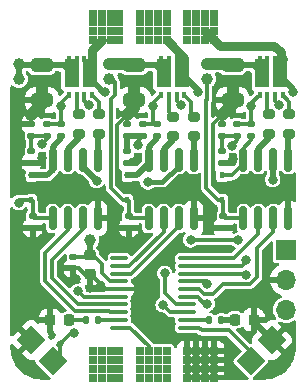
<source format=gbr>
%TF.GenerationSoftware,KiCad,Pcbnew,6.0.11-2627ca5db0~126~ubuntu22.04.1*%
%TF.CreationDate,2023-06-16T17:25:28+02:00*%
%TF.ProjectId,asac-esc-rev-a,61736163-2d65-4736-932d-7265762d612e,rev?*%
%TF.SameCoordinates,Original*%
%TF.FileFunction,Copper,L1,Top*%
%TF.FilePolarity,Positive*%
%FSLAX46Y46*%
G04 Gerber Fmt 4.6, Leading zero omitted, Abs format (unit mm)*
G04 Created by KiCad (PCBNEW 6.0.11-2627ca5db0~126~ubuntu22.04.1) date 2023-06-16 17:25:28*
%MOMM*%
%LPD*%
G01*
G04 APERTURE LIST*
G04 Aperture macros list*
%AMRoundRect*
0 Rectangle with rounded corners*
0 $1 Rounding radius*
0 $2 $3 $4 $5 $6 $7 $8 $9 X,Y pos of 4 corners*
0 Add a 4 corners polygon primitive as box body*
4,1,4,$2,$3,$4,$5,$6,$7,$8,$9,$2,$3,0*
0 Add four circle primitives for the rounded corners*
1,1,$1+$1,$2,$3*
1,1,$1+$1,$4,$5*
1,1,$1+$1,$6,$7*
1,1,$1+$1,$8,$9*
0 Add four rect primitives between the rounded corners*
20,1,$1+$1,$2,$3,$4,$5,0*
20,1,$1+$1,$4,$5,$6,$7,0*
20,1,$1+$1,$6,$7,$8,$9,0*
20,1,$1+$1,$8,$9,$2,$3,0*%
%AMRotRect*
0 Rectangle, with rotation*
0 The origin of the aperture is its center*
0 $1 length*
0 $2 width*
0 $3 Rotation angle, in degrees counterclockwise*
0 Add horizontal line*
21,1,$1,$2,0,0,$3*%
G04 Aperture macros list end*
%TA.AperFunction,ComponentPad*%
%ADD10RotRect,1.700000X1.700000X135.000000*%
%TD*%
%TA.AperFunction,ComponentPad*%
%ADD11RotRect,1.700000X1.700000X225.000000*%
%TD*%
%TA.AperFunction,SMDPad,CuDef*%
%ADD12RoundRect,0.250000X-0.650000X0.325000X-0.650000X-0.325000X0.650000X-0.325000X0.650000X0.325000X0*%
%TD*%
%TA.AperFunction,SMDPad,CuDef*%
%ADD13RoundRect,0.140000X-0.170000X0.140000X-0.170000X-0.140000X0.170000X-0.140000X0.170000X0.140000X0*%
%TD*%
%TA.AperFunction,SMDPad,CuDef*%
%ADD14RoundRect,0.200000X0.275000X-0.200000X0.275000X0.200000X-0.275000X0.200000X-0.275000X-0.200000X0*%
%TD*%
%TA.AperFunction,SMDPad,CuDef*%
%ADD15RoundRect,0.100000X-0.637500X-0.100000X0.637500X-0.100000X0.637500X0.100000X-0.637500X0.100000X0*%
%TD*%
%TA.AperFunction,SMDPad,CuDef*%
%ADD16RoundRect,0.140000X0.170000X-0.140000X0.170000X0.140000X-0.170000X0.140000X-0.170000X-0.140000X0*%
%TD*%
%TA.AperFunction,SMDPad,CuDef*%
%ADD17RoundRect,0.225000X-0.250000X0.225000X-0.250000X-0.225000X0.250000X-0.225000X0.250000X0.225000X0*%
%TD*%
%TA.AperFunction,ComponentPad*%
%ADD18R,0.750000X0.750000*%
%TD*%
%TA.AperFunction,SMDPad,CuDef*%
%ADD19RoundRect,0.135000X-0.185000X0.135000X-0.185000X-0.135000X0.185000X-0.135000X0.185000X0.135000X0*%
%TD*%
%TA.AperFunction,SMDPad,CuDef*%
%ADD20RoundRect,0.135000X0.135000X0.185000X-0.135000X0.185000X-0.135000X-0.185000X0.135000X-0.185000X0*%
%TD*%
%TA.AperFunction,SMDPad,CuDef*%
%ADD21RoundRect,0.150000X0.150000X-0.825000X0.150000X0.825000X-0.150000X0.825000X-0.150000X-0.825000X0*%
%TD*%
%TA.AperFunction,SMDPad,CuDef*%
%ADD22R,0.400000X0.600000*%
%TD*%
%TA.AperFunction,SMDPad,CuDef*%
%ADD23R,1.290000X2.350000*%
%TD*%
%TA.AperFunction,SMDPad,CuDef*%
%ADD24R,0.450000X0.600000*%
%TD*%
%TA.AperFunction,SMDPad,CuDef*%
%ADD25RoundRect,0.135000X0.185000X-0.135000X0.185000X0.135000X-0.185000X0.135000X-0.185000X-0.135000X0*%
%TD*%
%TA.AperFunction,ComponentPad*%
%ADD26R,1.700000X1.700000*%
%TD*%
%TA.AperFunction,ComponentPad*%
%ADD27O,1.700000X1.700000*%
%TD*%
%TA.AperFunction,SMDPad,CuDef*%
%ADD28RoundRect,0.218750X-0.218750X-0.256250X0.218750X-0.256250X0.218750X0.256250X-0.218750X0.256250X0*%
%TD*%
%TA.AperFunction,SMDPad,CuDef*%
%ADD29RoundRect,0.140000X0.219203X0.021213X0.021213X0.219203X-0.219203X-0.021213X-0.021213X-0.219203X0*%
%TD*%
%TA.AperFunction,SMDPad,CuDef*%
%ADD30RoundRect,0.218750X0.218750X0.256250X-0.218750X0.256250X-0.218750X-0.256250X0.218750X-0.256250X0*%
%TD*%
%TA.AperFunction,SMDPad,CuDef*%
%ADD31RoundRect,0.135000X-0.135000X-0.185000X0.135000X-0.185000X0.135000X0.185000X-0.135000X0.185000X0*%
%TD*%
%TA.AperFunction,ViaPad*%
%ADD32C,0.800000*%
%TD*%
%TA.AperFunction,ViaPad*%
%ADD33C,1.000000*%
%TD*%
%TA.AperFunction,Conductor*%
%ADD34C,0.355600*%
%TD*%
%TA.AperFunction,Conductor*%
%ADD35C,0.762000*%
%TD*%
%TA.AperFunction,Conductor*%
%ADD36C,0.508000*%
%TD*%
%TA.AperFunction,Conductor*%
%ADD37C,0.431800*%
%TD*%
%TA.AperFunction,Conductor*%
%ADD38C,1.016000*%
%TD*%
G04 APERTURE END LIST*
D10*
%TO.P,J4,1,Pin_1*%
%TO.N,UART_TX*%
X113870000Y-96280000D03*
%TO.P,J4,2,Pin_2*%
%TO.N,GND*%
X115666051Y-94483949D03*
%TD*%
D11*
%TO.P,J1,2,Pin_2*%
%TO.N,GND*%
X95303949Y-94483949D03*
%TO.P,J1,1,Pin_1*%
%TO.N,~{NRST}*%
X97100000Y-96280000D03*
%TD*%
D12*
%TO.P,C18,1*%
%TO.N,VCC*%
X112335000Y-71225000D03*
%TO.P,C18,2*%
%TO.N,GND*%
X112335000Y-74175000D03*
%TD*%
D13*
%TO.P,C7,2*%
%TO.N,GND*%
X98850000Y-88405000D03*
%TO.P,C7,1*%
%TO.N,+3.3V*%
X98850000Y-87445000D03*
%TD*%
D14*
%TO.P,R3,1*%
%TO.N,Net-(R3-Pad1)*%
X99300000Y-77025000D03*
%TO.P,R3,2*%
%TO.N,/VHO_A*%
X99300000Y-75375000D03*
%TD*%
D15*
%TO.P,U3,1,PB7*%
%TO.N,unconnected-(U3-Pad1)*%
X102737500Y-87575000D03*
%TO.P,U3,2,PC14*%
%TO.N,HIN_B*%
X102737500Y-88225000D03*
%TO.P,U3,3,PC15*%
%TO.N,~{NLIN_B}*%
X102737500Y-88875000D03*
%TO.P,U3,4,VDD*%
%TO.N,+3.3V*%
X102737500Y-89525000D03*
%TO.P,U3,5,VSS*%
%TO.N,GND*%
X102737500Y-90175000D03*
%TO.P,U3,6,PF2*%
%TO.N,~{NRST}*%
X102737500Y-90825000D03*
%TO.P,U3,7,PA0*%
%TO.N,~{NLIN_A}*%
X102737500Y-91475000D03*
%TO.P,U3,8,PA1*%
%TO.N,HIN_A*%
X102737500Y-92125000D03*
%TO.P,U3,9,PA2*%
%TO.N,LED_BLUE*%
X102737500Y-92775000D03*
%TO.P,U3,10,PA3*%
%TO.N,SIGNAL_IN*%
X102737500Y-93425000D03*
%TO.P,U3,11,PA4*%
%TO.N,UART_TX*%
X108462500Y-93425000D03*
%TO.P,U3,12,PA5*%
%TO.N,LED_RED*%
X108462500Y-92775000D03*
%TO.P,U3,13,PA6*%
%TO.N,VSENSE_A*%
X108462500Y-92125000D03*
%TO.P,U3,14,PA7*%
%TO.N,VSENSE_B*%
X108462500Y-91475000D03*
%TO.P,U3,15,PA8*%
%TO.N,VSENSE_C*%
X108462500Y-90825000D03*
%TO.P,U3,16,PA9/PA11*%
%TO.N,~{NLIN_C}*%
X108462500Y-90175000D03*
%TO.P,U3,17,PA10/PA12*%
%TO.N,CURRSENSE*%
X108462500Y-89525000D03*
%TO.P,U3,18,PA13*%
%TO.N,SWDIO*%
X108462500Y-88875000D03*
%TO.P,U3,19,PA14*%
%TO.N,SWCLK*%
X108462500Y-88225000D03*
%TO.P,U3,20,PB6*%
%TO.N,HIN_C*%
X108462500Y-87575000D03*
%TD*%
D16*
%TO.P,C16,1*%
%TO.N,GND*%
X111535000Y-84980000D03*
%TO.P,C16,2*%
%TO.N,VCC*%
X111535000Y-84020000D03*
%TD*%
D14*
%TO.P,R13,1*%
%TO.N,Net-(R13-Pad1)*%
X115435000Y-77025000D03*
%TO.P,R13,2*%
%TO.N,/VHO_C*%
X115435000Y-75375000D03*
%TD*%
D17*
%TO.P,C6,2*%
%TO.N,GND*%
X100300000Y-88875000D03*
%TO.P,C6,1*%
%TO.N,+3.3V*%
X100300000Y-87325000D03*
%TD*%
D13*
%TO.P,C15,1*%
%TO.N,VSENSE_B*%
X103435000Y-78520000D03*
%TO.P,C15,2*%
%TO.N,GND*%
X103435000Y-79480000D03*
%TD*%
D18*
%TO.P,J2,1,Pin_1*%
%TO.N,VCC*%
X101250000Y-96200000D03*
X101250000Y-95450000D03*
X102750000Y-96200000D03*
X102000000Y-95450000D03*
X102000000Y-96200000D03*
X101250000Y-96950000D03*
X102750000Y-97700000D03*
X100500000Y-96950000D03*
X102000000Y-97700000D03*
X100500000Y-95450000D03*
X100500000Y-97700000D03*
X102750000Y-95450000D03*
X102750000Y-96950000D03*
X102000000Y-96950000D03*
X100500000Y-96200000D03*
X101250000Y-97700000D03*
%TO.P,J2,2,Pin_2*%
%TO.N,SIGNAL_IN*%
X106000000Y-97700000D03*
X106750000Y-97700000D03*
X106000000Y-96200000D03*
X106750000Y-96950000D03*
X106000000Y-96950000D03*
X105250000Y-96200000D03*
X105250000Y-96950000D03*
X106000000Y-95450000D03*
X104500000Y-96200000D03*
X104500000Y-96950000D03*
X104500000Y-95450000D03*
X106750000Y-95450000D03*
X104500000Y-97700000D03*
X105250000Y-95450000D03*
X106750000Y-96200000D03*
X105250000Y-97700000D03*
%TO.P,J2,3,Pin_3*%
%TO.N,GND*%
X109250000Y-95450000D03*
X110000000Y-96200000D03*
X109250000Y-96950000D03*
X108500000Y-96950000D03*
X110750000Y-97700000D03*
X108500000Y-95450000D03*
X109250000Y-96200000D03*
X110000000Y-97700000D03*
X108500000Y-97700000D03*
X108500000Y-96200000D03*
X110750000Y-96200000D03*
X110000000Y-96950000D03*
X110750000Y-95450000D03*
X110750000Y-96950000D03*
X110000000Y-95450000D03*
X109250000Y-97700000D03*
%TD*%
D19*
%TO.P,R1,1*%
%TO.N,A*%
X96600000Y-76190000D03*
%TO.P,R1,2*%
%TO.N,VSENSE_A*%
X96600000Y-77210000D03*
%TD*%
D20*
%TO.P,R8,2*%
%TO.N,LED_RED*%
X110340000Y-92800000D03*
%TO.P,R8,1*%
%TO.N,Net-(D2-Pad2)*%
X111360000Y-92800000D03*
%TD*%
D21*
%TO.P,U6,1,VCC*%
%TO.N,VCC*%
X105230000Y-84175000D03*
%TO.P,U6,2,HIN*%
%TO.N,HIN_B*%
X106500000Y-84175000D03*
%TO.P,U6,3,~{LIN}*%
%TO.N,~{NLIN_B}*%
X107770000Y-84175000D03*
%TO.P,U6,4,COM*%
%TO.N,GND*%
X109040000Y-84175000D03*
%TO.P,U6,5,LO*%
%TO.N,Net-(R10-Pad1)*%
X109040000Y-79225000D03*
%TO.P,U6,6,VS*%
%TO.N,B*%
X107770000Y-79225000D03*
%TO.P,U6,7,HO*%
%TO.N,Net-(R9-Pad1)*%
X106500000Y-79225000D03*
%TO.P,U6,8,VB*%
%TO.N,Net-(C13-Pad1)*%
X105230000Y-79225000D03*
%TD*%
D22*
%TO.P,U4,1,G*%
%TO.N,/VHO_A*%
X99145000Y-73725000D03*
D23*
%TO.P,U4,2,D*%
%TO.N,VCC*%
X98700000Y-71901000D03*
D22*
X99145000Y-70675000D03*
X98495000Y-70675000D03*
%TO.P,U4,3,S*%
%TO.N,A*%
X98495000Y-73725000D03*
%TO.P,U4,4,G*%
%TO.N,/VLO_A*%
X100445000Y-73725000D03*
%TO.P,U4,5,D*%
%TO.N,A*%
X99795000Y-70675000D03*
X100445000Y-70675000D03*
D23*
X100240000Y-71901000D03*
D22*
%TO.P,U4,6,S*%
%TO.N,Net-(R5-Pad1)*%
X99795000Y-73725000D03*
%TD*%
D12*
%TO.P,C8,1*%
%TO.N,VCC*%
X96200000Y-71225000D03*
%TO.P,C8,2*%
%TO.N,GND*%
X96200000Y-74175000D03*
%TD*%
D24*
%TO.P,D4,1,K*%
%TO.N,Net-(C13-Pad1)*%
X103435000Y-80550000D03*
%TO.P,D4,2,A*%
%TO.N,VCC*%
X103435000Y-82650000D03*
%TD*%
D16*
%TO.P,C12,1*%
%TO.N,GND*%
X103535000Y-84980000D03*
%TO.P,C12,2*%
%TO.N,VCC*%
X103535000Y-84020000D03*
%TD*%
D25*
%TO.P,R16,1*%
%TO.N,VSENSE_C*%
X111435000Y-77210000D03*
%TO.P,R16,2*%
%TO.N,GND*%
X111435000Y-76190000D03*
%TD*%
D14*
%TO.P,R9,2*%
%TO.N,/VHO_B*%
X107300000Y-75575000D03*
%TO.P,R9,1*%
%TO.N,Net-(R9-Pad1)*%
X107300000Y-77225000D03*
%TD*%
D19*
%TO.P,R15,1*%
%TO.N,C*%
X112735000Y-76190000D03*
%TO.P,R15,2*%
%TO.N,VSENSE_C*%
X112735000Y-77210000D03*
%TD*%
D14*
%TO.P,R10,1*%
%TO.N,Net-(R10-Pad1)*%
X109050000Y-77225000D03*
%TO.P,R10,2*%
%TO.N,/VLO_B*%
X109050000Y-75575000D03*
%TD*%
D26*
%TO.P,J14,1,Pin_1*%
%TO.N,SWCLK*%
X116850000Y-86850000D03*
D27*
%TO.P,J14,2,Pin_2*%
%TO.N,GND*%
X116850000Y-89390000D03*
%TO.P,J14,3,Pin_3*%
%TO.N,SWDIO*%
X116850000Y-91930000D03*
%TD*%
D16*
%TO.P,C13,1*%
%TO.N,Net-(C13-Pad1)*%
X105935000Y-77180000D03*
%TO.P,C13,2*%
%TO.N,B*%
X105935000Y-76220000D03*
%TD*%
D21*
%TO.P,U8,1,VCC*%
%TO.N,VCC*%
X113230000Y-84175000D03*
%TO.P,U8,2,HIN*%
%TO.N,HIN_C*%
X114500000Y-84175000D03*
%TO.P,U8,3,~{LIN}*%
%TO.N,~{NLIN_C}*%
X115770000Y-84175000D03*
%TO.P,U8,4,COM*%
%TO.N,GND*%
X117040000Y-84175000D03*
%TO.P,U8,5,LO*%
%TO.N,Net-(R14-Pad1)*%
X117040000Y-79225000D03*
%TO.P,U8,6,VS*%
%TO.N,C*%
X115770000Y-79225000D03*
%TO.P,U8,7,HO*%
%TO.N,Net-(R13-Pad1)*%
X114500000Y-79225000D03*
%TO.P,U8,8,VB*%
%TO.N,Net-(C17-Pad1)*%
X113230000Y-79225000D03*
%TD*%
D28*
%TO.P,D1,2,A*%
%TO.N,Net-(D1-Pad2)*%
X98487500Y-92800000D03*
%TO.P,D1,1,K*%
%TO.N,GND*%
X96912500Y-92800000D03*
%TD*%
D25*
%TO.P,R12,1*%
%TO.N,VSENSE_B*%
X103435000Y-77210000D03*
%TO.P,R12,2*%
%TO.N,GND*%
X103435000Y-76190000D03*
%TD*%
D13*
%TO.P,C19,1*%
%TO.N,VSENSE_C*%
X111435000Y-78520000D03*
%TO.P,C19,2*%
%TO.N,GND*%
X111435000Y-79480000D03*
%TD*%
D16*
%TO.P,C2,1*%
%TO.N,GND*%
X95400000Y-84980000D03*
%TO.P,C2,2*%
%TO.N,VCC*%
X95400000Y-84020000D03*
%TD*%
D13*
%TO.P,C4,1*%
%TO.N,VSENSE_A*%
X95300000Y-78520000D03*
%TO.P,C4,2*%
%TO.N,GND*%
X95300000Y-79480000D03*
%TD*%
D18*
%TO.P,J3,1,Pin_1*%
%TO.N,A*%
X102750000Y-67600000D03*
X100500000Y-68350000D03*
X102000000Y-67600000D03*
X101250000Y-66850000D03*
X102000000Y-68350000D03*
X102000000Y-66850000D03*
X100500000Y-69100000D03*
X102750000Y-69100000D03*
X102750000Y-68350000D03*
X101250000Y-68350000D03*
X101250000Y-69100000D03*
X102000000Y-69100000D03*
X102750000Y-66850000D03*
X100500000Y-66850000D03*
X100500000Y-67600000D03*
X101250000Y-67600000D03*
%TO.P,J3,2,Pin_2*%
%TO.N,B*%
X106000000Y-67600000D03*
X105250000Y-69100000D03*
X106000000Y-69100000D03*
X104500000Y-68350000D03*
X106750000Y-67600000D03*
X106000000Y-68350000D03*
X104500000Y-67600000D03*
X104500000Y-66850000D03*
X105250000Y-66850000D03*
X106750000Y-66850000D03*
X106000000Y-66850000D03*
X104500000Y-69100000D03*
X105250000Y-68350000D03*
X106750000Y-68350000D03*
X105250000Y-67600000D03*
X106750000Y-69100000D03*
%TO.P,J3,3,Pin_3*%
%TO.N,C*%
X108500000Y-69100000D03*
X109250000Y-67600000D03*
X110000000Y-68350000D03*
X110750000Y-67600000D03*
X108500000Y-67600000D03*
X110750000Y-68350000D03*
X109250000Y-69100000D03*
X109250000Y-66850000D03*
X110000000Y-69100000D03*
X110750000Y-66850000D03*
X110750000Y-69100000D03*
X108500000Y-66850000D03*
X108500000Y-68350000D03*
X110000000Y-67600000D03*
X110000000Y-66850000D03*
X109250000Y-68350000D03*
%TD*%
D29*
%TO.P,C9,2*%
%TO.N,GND*%
X97060589Y-94110589D03*
%TO.P,C9,1*%
%TO.N,~{NRST}*%
X97739411Y-94789411D03*
%TD*%
D22*
%TO.P,U9,1,G*%
%TO.N,/VHO_C*%
X115280000Y-73725000D03*
%TO.P,U9,2,D*%
%TO.N,VCC*%
X114630000Y-70675000D03*
D23*
X114835000Y-71901000D03*
D22*
X115280000Y-70675000D03*
%TO.P,U9,3,S*%
%TO.N,C*%
X114630000Y-73725000D03*
%TO.P,U9,4,G*%
%TO.N,/VLO_C*%
X116580000Y-73725000D03*
%TO.P,U9,5,D*%
%TO.N,C*%
X115930000Y-70675000D03*
D23*
X116375000Y-71901000D03*
D22*
X116580000Y-70675000D03*
%TO.P,U9,6,S*%
%TO.N,Net-(R5-Pad1)*%
X115930000Y-73725000D03*
%TD*%
D16*
%TO.P,C5,1*%
%TO.N,Net-(C5-Pad1)*%
X97800000Y-77180000D03*
%TO.P,C5,2*%
%TO.N,A*%
X97800000Y-76220000D03*
%TD*%
D12*
%TO.P,C14,1*%
%TO.N,VCC*%
X104000000Y-71225000D03*
%TO.P,C14,2*%
%TO.N,GND*%
X104000000Y-74175000D03*
%TD*%
D14*
%TO.P,R4,1*%
%TO.N,Net-(R4-Pad1)*%
X101000000Y-77025000D03*
%TO.P,R4,2*%
%TO.N,/VLO_A*%
X101000000Y-75375000D03*
%TD*%
D16*
%TO.P,C17,1*%
%TO.N,Net-(C17-Pad1)*%
X113935000Y-77180000D03*
%TO.P,C17,2*%
%TO.N,C*%
X113935000Y-76220000D03*
%TD*%
D30*
%TO.P,D2,2,A*%
%TO.N,Net-(D2-Pad2)*%
X112537500Y-92775000D03*
%TO.P,D2,1,K*%
%TO.N,GND*%
X114112500Y-92775000D03*
%TD*%
D31*
%TO.P,R7,1*%
%TO.N,Net-(D1-Pad2)*%
X99940000Y-92800000D03*
%TO.P,R7,2*%
%TO.N,LED_BLUE*%
X100960000Y-92800000D03*
%TD*%
D24*
%TO.P,D3,1,K*%
%TO.N,Net-(C5-Pad1)*%
X95300000Y-80550000D03*
%TO.P,D3,2,A*%
%TO.N,VCC*%
X95300000Y-82650000D03*
%TD*%
%TO.P,D5,1,K*%
%TO.N,Net-(C17-Pad1)*%
X111435000Y-80550000D03*
%TO.P,D5,2,A*%
%TO.N,VCC*%
X111435000Y-82650000D03*
%TD*%
D25*
%TO.P,R2,1*%
%TO.N,VSENSE_A*%
X95300000Y-77210000D03*
%TO.P,R2,2*%
%TO.N,GND*%
X95300000Y-76190000D03*
%TD*%
D22*
%TO.P,U7,1,G*%
%TO.N,/VHO_B*%
X106945000Y-73725000D03*
D23*
%TO.P,U7,2,D*%
%TO.N,VCC*%
X106500000Y-71901000D03*
D22*
X106945000Y-70675000D03*
X106295000Y-70675000D03*
%TO.P,U7,3,S*%
%TO.N,B*%
X106295000Y-73725000D03*
%TO.P,U7,4,G*%
%TO.N,/VLO_B*%
X108245000Y-73725000D03*
%TO.P,U7,5,D*%
%TO.N,B*%
X107595000Y-70675000D03*
X108245000Y-70675000D03*
D23*
X108040000Y-71901000D03*
D22*
%TO.P,U7,6,S*%
%TO.N,Net-(R5-Pad1)*%
X107595000Y-73725000D03*
%TD*%
D21*
%TO.P,U2,1,VCC*%
%TO.N,VCC*%
X97095000Y-84175000D03*
%TO.P,U2,2,HIN*%
%TO.N,HIN_A*%
X98365000Y-84175000D03*
%TO.P,U2,3,~{LIN}*%
%TO.N,~{NLIN_A}*%
X99635000Y-84175000D03*
%TO.P,U2,4,COM*%
%TO.N,GND*%
X100905000Y-84175000D03*
%TO.P,U2,5,LO*%
%TO.N,Net-(R4-Pad1)*%
X100905000Y-79225000D03*
%TO.P,U2,6,VS*%
%TO.N,A*%
X99635000Y-79225000D03*
%TO.P,U2,7,HO*%
%TO.N,Net-(R3-Pad1)*%
X98365000Y-79225000D03*
%TO.P,U2,8,VB*%
%TO.N,Net-(C5-Pad1)*%
X97095000Y-79225000D03*
%TD*%
D19*
%TO.P,R11,1*%
%TO.N,B*%
X104735000Y-76190000D03*
%TO.P,R11,2*%
%TO.N,VSENSE_B*%
X104735000Y-77210000D03*
%TD*%
D14*
%TO.P,R14,1*%
%TO.N,Net-(R14-Pad1)*%
X117135000Y-77025000D03*
%TO.P,R14,2*%
%TO.N,/VLO_C*%
X117135000Y-75375000D03*
%TD*%
D32*
%TO.N,GND*%
X96025000Y-90875000D03*
X95500000Y-87400000D03*
X95500000Y-88600000D03*
X95500000Y-89800000D03*
X100300000Y-90047700D03*
X99100000Y-89300000D03*
%TO.N,C*%
X117475000Y-73450000D03*
%TO.N,B*%
X109397700Y-73450000D03*
%TO.N,A*%
X101572700Y-73450000D03*
%TO.N,+3.3V*%
X108775000Y-86000000D03*
X112825000Y-86022700D03*
%TO.N,GND*%
X108575000Y-81325000D03*
X100900000Y-82225000D03*
%TO.N,SWDIO*%
X113500000Y-88950000D03*
%TO.N,~{NRST}*%
X98925000Y-93900000D03*
X99250000Y-90350000D03*
D33*
%TO.N,+3.3V*%
X100300000Y-86025000D03*
%TO.N,VCC*%
X94250000Y-72400000D03*
X94250000Y-71137500D03*
D32*
%TO.N,SWCLK*%
X113460000Y-87740000D03*
%TO.N,CURRSENSE*%
X110162213Y-89727206D03*
%TO.N,VSENSE_C*%
X110175000Y-91400000D03*
%TO.N,VSENSE_B*%
X106587135Y-88837135D03*
X104325000Y-78000000D03*
%TO.N,VSENSE_C*%
X112300000Y-78025000D03*
%TO.N,VSENSE_A*%
X106450365Y-91499635D03*
D33*
%TO.N,VCC*%
X101900000Y-72400000D03*
X101900000Y-71137500D03*
X110175000Y-72400000D03*
X110175000Y-71075000D03*
D32*
%TO.N,VSENSE_A*%
X96175000Y-77925000D03*
%TO.N,B*%
X105175000Y-81100000D03*
%TO.N,VCC*%
X94250000Y-82850000D03*
%TO.N,GND*%
X104275000Y-79275000D03*
X95300000Y-75400000D03*
X103435000Y-75400000D03*
X112330500Y-79175000D03*
X104000000Y-72900000D03*
X95400000Y-86100000D03*
X103100000Y-86071500D03*
X112335000Y-72900000D03*
X96195500Y-79100000D03*
X96200000Y-72900000D03*
X111435000Y-75400000D03*
%TO.N,A*%
X97800000Y-74700000D03*
X100825000Y-81000000D03*
%TO.N,Net-(R5-Pad1)*%
X116285000Y-74619504D03*
X100150000Y-74619504D03*
X107950000Y-74619504D03*
%TO.N,B*%
X105600000Y-74700000D03*
%TO.N,C*%
X115735000Y-80900000D03*
X113935000Y-74700000D03*
%TD*%
D34*
%TO.N,UART_TX*%
X108462500Y-93425000D02*
X108512500Y-93475000D01*
X113870000Y-95520000D02*
X113870000Y-96280000D01*
X108512500Y-93475000D02*
X109525000Y-93475000D01*
X109525000Y-93475000D02*
X109725000Y-93675000D01*
X109725000Y-93675000D02*
X112025000Y-93675000D01*
X112025000Y-93675000D02*
X113870000Y-95520000D01*
%TO.N,GND*%
X111435000Y-75400000D02*
X110655600Y-76179400D01*
X110655600Y-76179400D02*
X110655600Y-81280600D01*
X110655600Y-81280600D02*
X111275000Y-81900000D01*
X111275000Y-81900000D02*
X111325000Y-81900000D01*
X103435000Y-75400000D02*
X102580600Y-76254400D01*
X102580600Y-76254400D02*
X102580600Y-81355600D01*
X102580600Y-81355600D02*
X102975000Y-81750000D01*
X102975000Y-81750000D02*
X103275000Y-81750000D01*
%TO.N,VCC*%
X103435000Y-82650000D02*
X103050000Y-82650000D01*
X103050000Y-82650000D02*
X102025000Y-81625000D01*
X102025000Y-81625000D02*
X102025000Y-74097676D01*
X102025000Y-74097676D02*
X102350500Y-73772176D01*
X102350500Y-73772176D02*
X102350500Y-72650500D01*
X102350500Y-72650500D02*
X101900000Y-72200000D01*
X111435000Y-82650000D02*
X111125000Y-82650000D01*
X111125000Y-82650000D02*
X110100000Y-81625000D01*
X110100000Y-81625000D02*
X110100000Y-74200000D01*
X110100000Y-74200000D02*
X110175000Y-74125000D01*
X110175000Y-74125000D02*
X110175000Y-72400000D01*
D35*
%TO.N,C*%
X116580000Y-70675000D02*
X116400000Y-70495000D01*
X116400000Y-70495000D02*
X116400000Y-70133000D01*
X116400000Y-70133000D02*
X115867000Y-69600000D01*
X111250000Y-69600000D02*
X110000000Y-68350000D01*
X115867000Y-69600000D02*
X111250000Y-69600000D01*
D34*
%TO.N,GND*%
X99100000Y-89300000D02*
X98850000Y-89050000D01*
X98850000Y-89050000D02*
X98850000Y-88405000D01*
%TO.N,~{NRST}*%
X97739411Y-94789411D02*
X97739411Y-95656639D01*
D36*
%TO.N,GND*%
X97060589Y-94110589D02*
X97060589Y-93960589D01*
X97060589Y-93960589D02*
X96912500Y-93812500D01*
X96912500Y-93812500D02*
X96912500Y-92800000D01*
D34*
%TO.N,~{NRST}*%
X98925000Y-93900000D02*
X98628822Y-93900000D01*
X97739411Y-95656639D02*
X96748025Y-96648025D01*
X98628822Y-93900000D02*
X97739411Y-94789411D01*
%TO.N,Net-(D1-Pad2)*%
X99940000Y-92800000D02*
X98487500Y-92800000D01*
%TO.N,HIN_A*%
X102737500Y-92125000D02*
X101974289Y-92125000D01*
X101974289Y-92125000D02*
X101879889Y-92030600D01*
X101879889Y-92030600D02*
X99030600Y-92030600D01*
X99030600Y-92030600D02*
X96450000Y-89450000D01*
X96450000Y-89450000D02*
X96450000Y-87075000D01*
X96450000Y-87075000D02*
X98365000Y-85160000D01*
X98365000Y-85160000D02*
X98365000Y-84175000D01*
%TO.N,~{NLIN_A}*%
X102737500Y-91475000D02*
X99275000Y-91475000D01*
X99275000Y-91475000D02*
X97005600Y-89205600D01*
X97005600Y-89205600D02*
X97005600Y-87694400D01*
X97005600Y-87694400D02*
X99635000Y-85065000D01*
X99635000Y-85065000D02*
X99635000Y-84175000D01*
%TO.N,~{NRST}*%
X99250000Y-90350000D02*
X99725000Y-90825000D01*
X99725000Y-90825000D02*
X102737500Y-90825000D01*
%TO.N,LED_BLUE*%
X102737500Y-92775000D02*
X100985000Y-92775000D01*
X100985000Y-92775000D02*
X100960000Y-92800000D01*
D36*
%TO.N,Net-(D2-Pad2)*%
X111360000Y-92800000D02*
X112512500Y-92800000D01*
D34*
%TO.N,LED_RED*%
X108462500Y-92775000D02*
X110315000Y-92775000D01*
X110315000Y-92775000D02*
X110340000Y-92800000D01*
D36*
%TO.N,Net-(D2-Pad2)*%
X112512500Y-92800000D02*
X112537500Y-92775000D01*
%TO.N,GND*%
X114112500Y-92930398D02*
X114112500Y-92775000D01*
X115666051Y-94483949D02*
X114112500Y-92930398D01*
D34*
X100300000Y-88875000D02*
X99775000Y-88875000D01*
X99775000Y-88875000D02*
X99305000Y-88405000D01*
X99305000Y-88405000D02*
X98850000Y-88405000D01*
%TO.N,+3.3V*%
X100300000Y-87325000D02*
X100175000Y-87450000D01*
X100175000Y-87450000D02*
X98855000Y-87450000D01*
X98855000Y-87450000D02*
X98850000Y-87445000D01*
D36*
X100300000Y-86025000D02*
X100300000Y-87325000D01*
D34*
X108775000Y-86000000D02*
X108825000Y-86050000D01*
X108825000Y-86050000D02*
X112797700Y-86050000D01*
X112797700Y-86050000D02*
X112825000Y-86022700D01*
D36*
%TO.N,A*%
X100240000Y-71901000D02*
X100240000Y-72290000D01*
X100240000Y-72290000D02*
X101400000Y-73450000D01*
X101400000Y-73450000D02*
X101572700Y-73450000D01*
D34*
%TO.N,~{NLIN_C}*%
X108462500Y-90175000D02*
X109510738Y-90175000D01*
X109510738Y-90175000D02*
X109885738Y-90550000D01*
X113822176Y-89727800D02*
X114420000Y-89129976D01*
X114420000Y-89129976D02*
X114420000Y-86655000D01*
X109885738Y-90550000D02*
X110700000Y-90550000D01*
X110700000Y-90550000D02*
X111522200Y-89727800D01*
X111522200Y-89727800D02*
X113822176Y-89727800D01*
X114420000Y-86655000D02*
X115770000Y-85305000D01*
X115770000Y-85305000D02*
X115770000Y-84175000D01*
%TO.N,SIGNAL_IN*%
X102737500Y-93425000D02*
X103675000Y-93425000D01*
X103675000Y-93425000D02*
X105250000Y-95000000D01*
X105250000Y-95000000D02*
X105250000Y-95450000D01*
%TO.N,VSENSE_A*%
X106450365Y-91499635D02*
X107075730Y-92125000D01*
X107075730Y-92125000D02*
X108462500Y-92125000D01*
%TO.N,VSENSE_B*%
X106587135Y-88837135D02*
X106587135Y-90537135D01*
X106587135Y-90537135D02*
X107525000Y-91475000D01*
X107525000Y-91475000D02*
X108462500Y-91475000D01*
%TO.N,~{NLIN_B}*%
X103521422Y-88875000D02*
X103725000Y-88875000D01*
X107770000Y-84830000D02*
X107770000Y-84175000D01*
X103725000Y-88875000D02*
X107770000Y-84830000D01*
%TO.N,HIN_B*%
X102737500Y-88225000D02*
X103575000Y-88225000D01*
X103575000Y-88225000D02*
X106500000Y-85300000D01*
X106500000Y-85300000D02*
X106500000Y-84175000D01*
%TO.N,GND*%
X103100000Y-86071500D02*
X103535000Y-85636500D01*
X103535000Y-85636500D02*
X103535000Y-84980000D01*
X95400000Y-86100000D02*
X95400000Y-84980000D01*
%TO.N,HIN_C*%
X108462500Y-87575000D02*
X112415000Y-87575000D01*
X112415000Y-87575000D02*
X113260000Y-86730000D01*
X113260000Y-86730000D02*
X113270000Y-86730000D01*
X113270000Y-86730000D02*
X114500000Y-85500000D01*
X114500000Y-85500000D02*
X114500000Y-84175000D01*
%TO.N,SWCLK*%
X113610000Y-87740000D02*
X113125000Y-88225000D01*
X113125000Y-88225000D02*
X108462500Y-88225000D01*
D37*
%TO.N,B*%
X105175000Y-81100000D02*
X106400303Y-81100000D01*
X106400303Y-81100000D02*
X107770000Y-79730303D01*
X107770000Y-79730303D02*
X107770000Y-79225000D01*
D34*
%TO.N,GND*%
X100300000Y-88875000D02*
X100300000Y-90047700D01*
%TO.N,+3.3V*%
X101275000Y-88825711D02*
X101275000Y-88075000D01*
X101275000Y-88075000D02*
X100525000Y-87325000D01*
X102737500Y-89525000D02*
X101974289Y-89525000D01*
X100525000Y-87325000D02*
X100300000Y-87325000D01*
%TO.N,GND*%
X101600000Y-90175000D02*
X102737500Y-90175000D01*
%TO.N,+3.3V*%
X101974289Y-89525000D02*
X101275000Y-88825711D01*
%TO.N,GND*%
X100300000Y-88875000D02*
X101600000Y-90175000D01*
%TO.N,SWDIO*%
X113500000Y-88950000D02*
X113425000Y-88875000D01*
X113425000Y-88875000D02*
X108462500Y-88875000D01*
D38*
%TO.N,GND*%
X112335000Y-74175000D02*
X112335000Y-74500000D01*
X112335000Y-74500000D02*
X111435000Y-75400000D01*
X96200000Y-74175000D02*
X96200000Y-74500000D01*
X96200000Y-74500000D02*
X95300000Y-75400000D01*
X104000000Y-74175000D02*
X104000000Y-74835000D01*
X104000000Y-74835000D02*
X103435000Y-75400000D01*
D36*
%TO.N,Net-(C13-Pad1)*%
X103435000Y-80550000D02*
X104207739Y-80550000D01*
X104207739Y-80550000D02*
X105230000Y-79527739D01*
X105230000Y-79527739D02*
X105230000Y-79225000D01*
%TO.N,A*%
X100825000Y-81000000D02*
X99635000Y-79810000D01*
X99635000Y-79810000D02*
X99635000Y-79225000D01*
%TO.N,C*%
X116375000Y-72125000D02*
X117475000Y-73225000D01*
X116375000Y-71901000D02*
X116375000Y-72125000D01*
%TO.N,B*%
X108040000Y-71967300D02*
X109397700Y-73325000D01*
X108040000Y-71901000D02*
X108040000Y-71967300D01*
%TO.N,GND*%
X109040000Y-81790000D02*
X108575000Y-81325000D01*
X109040000Y-84175000D02*
X109040000Y-81790000D01*
X100905000Y-82230000D02*
X100900000Y-82225000D01*
X100905000Y-84175000D02*
X100905000Y-82230000D01*
D34*
%TO.N,VSENSE_C*%
X109375000Y-90825000D02*
X108462500Y-90825000D01*
X110175000Y-91400000D02*
X109950000Y-91400000D01*
X109950000Y-91400000D02*
X109375000Y-90825000D01*
%TO.N,CURRSENSE*%
X110162213Y-89727206D02*
X109960007Y-89525000D01*
X109960007Y-89525000D02*
X108462500Y-89525000D01*
D36*
%TO.N,VCC*%
X96200000Y-71225000D02*
X94375000Y-71225000D01*
X94375000Y-71225000D02*
X94250000Y-71350000D01*
X94250000Y-71350000D02*
X94250000Y-72150000D01*
%TO.N,Net-(R10-Pad1)*%
X109040000Y-77235000D02*
X109050000Y-77225000D01*
X109040000Y-79225000D02*
X109040000Y-77235000D01*
D34*
%TO.N,/VHO_B*%
X106945000Y-75220000D02*
X107300000Y-75575000D01*
X106945000Y-73725000D02*
X106945000Y-75220000D01*
D36*
%TO.N,Net-(R9-Pad1)*%
X106500000Y-79225000D02*
X106500000Y-78335000D01*
X106500000Y-78335000D02*
X107300000Y-77535000D01*
X107300000Y-77535000D02*
X107300000Y-77225000D01*
D34*
%TO.N,VSENSE_B*%
X104325000Y-78000000D02*
X104325000Y-77620000D01*
X104325000Y-77620000D02*
X104735000Y-77210000D01*
%TO.N,GND*%
X103722280Y-79275000D02*
X103517280Y-79480000D01*
X104275000Y-79275000D02*
X103722280Y-79275000D01*
X103517280Y-79480000D02*
X103435000Y-79480000D01*
%TO.N,VSENSE_C*%
X112735000Y-77210000D02*
X112735000Y-77590000D01*
X112735000Y-77590000D02*
X112300000Y-78025000D01*
%TO.N,GND*%
X112330500Y-79175000D02*
X112025500Y-79480000D01*
X112025500Y-79480000D02*
X111435000Y-79480000D01*
D38*
%TO.N,VCC*%
X101900000Y-71137500D02*
X103912500Y-71137500D01*
X103912500Y-71137500D02*
X104000000Y-71225000D01*
X110175000Y-71075000D02*
X112185000Y-71075000D01*
X112185000Y-71075000D02*
X112335000Y-71225000D01*
D34*
%TO.N,VSENSE_A*%
X96600000Y-77500000D02*
X96175000Y-77925000D01*
X96600000Y-77210000D02*
X96600000Y-77500000D01*
X95300000Y-77210000D02*
X95300000Y-78520000D01*
X96600000Y-77210000D02*
X95300000Y-77210000D01*
%TO.N,VSENSE_C*%
X111435000Y-77210000D02*
X111435000Y-78520000D01*
X112735000Y-77210000D02*
X111435000Y-77210000D01*
%TO.N,Net-(C17-Pad1)*%
X111435000Y-80550000D02*
X112250000Y-80550000D01*
X112250000Y-80550000D02*
X113230000Y-79570000D01*
X113230000Y-79570000D02*
X113230000Y-79225000D01*
X113935000Y-77180000D02*
X113935000Y-77590000D01*
X113935000Y-77590000D02*
X113230000Y-78295000D01*
X113230000Y-78295000D02*
X113230000Y-79225000D01*
D36*
%TO.N,VSENSE_B*%
X103435000Y-77210000D02*
X103435000Y-78520000D01*
D34*
%TO.N,VCC*%
X95300000Y-82650000D02*
X94450000Y-82650000D01*
X111690000Y-84175000D02*
X111535000Y-84020000D01*
X105230000Y-84175000D02*
X103690000Y-84175000D01*
X111535000Y-84020000D02*
X111535000Y-82750000D01*
D36*
X114835000Y-71901000D02*
X114159000Y-71225000D01*
D34*
X113230000Y-84175000D02*
X111690000Y-84175000D01*
D36*
X98024000Y-71225000D02*
X96200000Y-71225000D01*
X105824000Y-71225000D02*
X104000000Y-71225000D01*
D34*
X103690000Y-84175000D02*
X103535000Y-84020000D01*
X103535000Y-82750000D02*
X103435000Y-82650000D01*
X94450000Y-82650000D02*
X94250000Y-82850000D01*
X111535000Y-82750000D02*
X111435000Y-82650000D01*
X95400000Y-84020000D02*
X95400000Y-82750000D01*
D36*
X114159000Y-71225000D02*
X112335000Y-71225000D01*
D34*
X95400000Y-82750000D02*
X95300000Y-82650000D01*
D36*
X106500000Y-71901000D02*
X105824000Y-71225000D01*
D34*
X97095000Y-84175000D02*
X95555000Y-84175000D01*
D36*
X98700000Y-71901000D02*
X98024000Y-71225000D01*
D34*
X95555000Y-84175000D02*
X95400000Y-84020000D01*
X103535000Y-84020000D02*
X103535000Y-82750000D01*
%TO.N,GND*%
X111435000Y-75400000D02*
X111435000Y-76190000D01*
D38*
X96200000Y-74175000D02*
X96200000Y-72900000D01*
D34*
X103435000Y-75400000D02*
X103435000Y-76190000D01*
X95300000Y-79480000D02*
X95815500Y-79480000D01*
D38*
X112335000Y-74175000D02*
X112335000Y-72900000D01*
D34*
X95300000Y-75400000D02*
X95300000Y-76190000D01*
D38*
X104000000Y-74175000D02*
X104000000Y-72900000D01*
D34*
X95815500Y-79480000D02*
X96195500Y-79100000D01*
D36*
%TO.N,Net-(C5-Pad1)*%
X96650000Y-80550000D02*
X97095000Y-80105000D01*
X97095000Y-78105000D02*
X97800000Y-77400000D01*
X95300000Y-80550000D02*
X96650000Y-80550000D01*
X97095000Y-79225000D02*
X97095000Y-78105000D01*
X97800000Y-77400000D02*
X97800000Y-77180000D01*
X97095000Y-80105000D02*
X97095000Y-79225000D01*
D35*
%TO.N,A*%
X100445000Y-70675000D02*
X100445000Y-69905000D01*
D34*
X97770000Y-76190000D02*
X97800000Y-76220000D01*
X96600000Y-76190000D02*
X97770000Y-76190000D01*
X97800000Y-74700000D02*
X97800000Y-76220000D01*
X97800000Y-74420000D02*
X98495000Y-73725000D01*
X97800000Y-74700000D02*
X97800000Y-74420000D01*
D35*
X100445000Y-69905000D02*
X101250000Y-69100000D01*
D34*
%TO.N,/VHO_A*%
X99145000Y-75220000D02*
X99300000Y-75375000D01*
X99145000Y-73725000D02*
X99145000Y-75220000D01*
%TO.N,/VLO_A*%
X101000000Y-74300000D02*
X100445000Y-73745000D01*
X101000000Y-75375000D02*
X101000000Y-74300000D01*
X100445000Y-73745000D02*
X100445000Y-73725000D01*
%TO.N,Net-(R5-Pad1)*%
X116285000Y-74619504D02*
X115930000Y-74264504D01*
X99795000Y-74264504D02*
X99795000Y-73725000D01*
X107595000Y-74264504D02*
X107595000Y-73725000D01*
X100150000Y-74619504D02*
X99795000Y-74264504D01*
X107950000Y-74619504D02*
X107595000Y-74264504D01*
X115930000Y-74264504D02*
X115930000Y-73725000D01*
D36*
%TO.N,Net-(C13-Pad1)*%
X105230000Y-79225000D02*
X105230000Y-78105000D01*
X105935000Y-77400000D02*
X105935000Y-77180000D01*
X105230000Y-78105000D02*
X105935000Y-77400000D01*
D34*
%TO.N,B*%
X104735000Y-76190000D02*
X105905000Y-76190000D01*
X105600000Y-74700000D02*
X105600000Y-74420000D01*
X105905000Y-76190000D02*
X105935000Y-76220000D01*
D35*
X108245000Y-70595000D02*
X106750000Y-69100000D01*
D34*
X105600000Y-74420000D02*
X106295000Y-73725000D01*
D35*
X108245000Y-70675000D02*
X108245000Y-70595000D01*
D34*
X105600000Y-74800000D02*
X105600000Y-76220000D01*
D36*
%TO.N,VSENSE_B*%
X104735000Y-77210000D02*
X103435000Y-77210000D01*
%TO.N,C*%
X115770000Y-79225000D02*
X115770000Y-80865000D01*
D34*
X113905000Y-76190000D02*
X113935000Y-76220000D01*
D36*
X115770000Y-80865000D02*
X115735000Y-80900000D01*
D34*
X113935000Y-74420000D02*
X114630000Y-73725000D01*
X112735000Y-76190000D02*
X113905000Y-76190000D01*
X113935000Y-74700000D02*
X113935000Y-74420000D01*
X113935000Y-74700000D02*
X113935000Y-76220000D01*
%TO.N,/VLO_B*%
X108800000Y-74300000D02*
X108245000Y-73745000D01*
X108245000Y-73745000D02*
X108245000Y-73725000D01*
X108800000Y-75375000D02*
X108800000Y-74300000D01*
%TO.N,/VHO_C*%
X115280000Y-75220000D02*
X115435000Y-75375000D01*
D36*
%TO.N,Net-(R13-Pad1)*%
X115435000Y-77400000D02*
X115435000Y-77025000D01*
D34*
%TO.N,/VHO_C*%
X115280000Y-73725000D02*
X115280000Y-75220000D01*
D36*
%TO.N,Net-(R13-Pad1)*%
X114500000Y-79225000D02*
X114500000Y-78335000D01*
X114500000Y-78335000D02*
X115435000Y-77400000D01*
D34*
%TO.N,/VLO_C*%
X116580000Y-73745000D02*
X116580000Y-73725000D01*
D36*
%TO.N,Net-(R14-Pad1)*%
X117040000Y-77120000D02*
X117135000Y-77025000D01*
D34*
%TO.N,/VLO_C*%
X117135000Y-74300000D02*
X116580000Y-73745000D01*
D36*
%TO.N,Net-(R14-Pad1)*%
X117040000Y-79225000D02*
X117040000Y-77120000D01*
D34*
%TO.N,/VLO_C*%
X117135000Y-75375000D02*
X117135000Y-74300000D01*
D36*
%TO.N,Net-(R3-Pad1)*%
X99300000Y-77400000D02*
X99300000Y-77025000D01*
X98365000Y-78335000D02*
X99300000Y-77400000D01*
X98365000Y-79225000D02*
X98365000Y-78335000D01*
%TO.N,Net-(R4-Pad1)*%
X100905000Y-77120000D02*
X101000000Y-77025000D01*
X100905000Y-79225000D02*
X100905000Y-77120000D01*
%TD*%
%TA.AperFunction,Conductor*%
%TO.N,GND*%
G36*
X108294295Y-85318395D02*
G01*
X108340797Y-85363975D01*
X108346570Y-85373737D01*
X108364028Y-85442553D01*
X108341510Y-85509884D01*
X108320946Y-85532822D01*
X108288034Y-85561533D01*
X108259055Y-85602766D01*
X108219564Y-85658956D01*
X108197501Y-85690348D01*
X108140309Y-85837039D01*
X108139318Y-85844568D01*
X108122540Y-85972009D01*
X108119758Y-85993138D01*
X108137035Y-86149633D01*
X108191143Y-86297490D01*
X108278958Y-86428172D01*
X108395410Y-86534135D01*
X108402085Y-86537759D01*
X108527099Y-86605637D01*
X108527101Y-86605638D01*
X108533776Y-86609262D01*
X108541125Y-86611190D01*
X108678719Y-86647287D01*
X108678721Y-86647287D01*
X108686069Y-86649215D01*
X108769380Y-86650524D01*
X108835898Y-86651569D01*
X108835901Y-86651569D01*
X108843495Y-86651688D01*
X108996968Y-86616538D01*
X109137625Y-86545795D01*
X109181305Y-86508489D01*
X109246095Y-86479458D01*
X109263135Y-86478300D01*
X112310355Y-86478300D01*
X112378476Y-86498302D01*
X112395154Y-86511106D01*
X112430069Y-86542876D01*
X112445410Y-86556835D01*
X112452083Y-86560458D01*
X112544731Y-86610762D01*
X112595053Y-86660845D01*
X112610309Y-86730183D01*
X112585657Y-86796762D01*
X112573704Y-86810588D01*
X112274497Y-87109795D01*
X112212185Y-87143821D01*
X112185402Y-87146700D01*
X109255027Y-87146700D01*
X109217822Y-87141082D01*
X109210302Y-87138758D01*
X109201518Y-87134464D01*
X109191843Y-87133052D01*
X109191841Y-87133052D01*
X109137744Y-87125160D01*
X109137740Y-87125160D01*
X109133218Y-87124500D01*
X107791782Y-87124500D01*
X107787232Y-87125170D01*
X107787229Y-87125170D01*
X107732574Y-87133216D01*
X107732573Y-87133216D01*
X107722888Y-87134642D01*
X107698329Y-87146700D01*
X107627493Y-87181478D01*
X107627491Y-87181479D01*
X107618145Y-87186068D01*
X107610787Y-87193438D01*
X107610788Y-87193438D01*
X107559427Y-87244889D01*
X107535707Y-87268650D01*
X107484464Y-87373482D01*
X107474500Y-87441782D01*
X107474500Y-87708218D01*
X107475170Y-87712768D01*
X107475170Y-87712771D01*
X107481263Y-87754162D01*
X107484642Y-87777112D01*
X107494770Y-87797740D01*
X107517696Y-87844435D01*
X107529764Y-87914399D01*
X107517794Y-87955295D01*
X107484464Y-88023482D01*
X107474500Y-88091782D01*
X107474500Y-88358218D01*
X107475170Y-88362768D01*
X107475170Y-88362771D01*
X107482405Y-88411919D01*
X107484642Y-88427112D01*
X107488958Y-88435902D01*
X107517696Y-88494435D01*
X107529764Y-88564399D01*
X107517794Y-88605295D01*
X107484464Y-88673482D01*
X107481375Y-88694658D01*
X107477655Y-88720156D01*
X107448029Y-88784676D01*
X107388224Y-88822937D01*
X107317228Y-88822791D01*
X107257581Y-88784284D01*
X107227888Y-88717106D01*
X107224410Y-88688368D01*
X107223498Y-88680829D01*
X107215250Y-88659000D01*
X107170529Y-88540649D01*
X107170528Y-88540646D01*
X107167845Y-88533547D01*
X107078666Y-88403792D01*
X107001997Y-88335482D01*
X106966783Y-88304107D01*
X106966780Y-88304105D01*
X106961111Y-88299054D01*
X106821966Y-88225380D01*
X106805257Y-88221183D01*
X106676633Y-88188875D01*
X106676631Y-88188875D01*
X106669263Y-88187024D01*
X106661665Y-88186984D01*
X106661663Y-88186984D01*
X106594454Y-88186632D01*
X106511819Y-88186200D01*
X106504440Y-88187972D01*
X106504436Y-88187972D01*
X106366102Y-88221183D01*
X106366098Y-88221184D01*
X106358723Y-88222955D01*
X106218814Y-88295167D01*
X106213092Y-88300159D01*
X106213090Y-88300160D01*
X106105894Y-88393673D01*
X106105891Y-88393676D01*
X106100169Y-88398668D01*
X106061404Y-88453824D01*
X106017072Y-88516903D01*
X106009636Y-88527483D01*
X105952444Y-88674174D01*
X105951453Y-88681703D01*
X105935846Y-88800249D01*
X105931893Y-88830273D01*
X105949170Y-88986768D01*
X106003278Y-89134625D01*
X106007515Y-89140931D01*
X106007517Y-89140934D01*
X106029350Y-89173424D01*
X106091093Y-89265307D01*
X106117121Y-89288990D01*
X106117634Y-89289457D01*
X106154557Y-89350097D01*
X106158835Y-89382651D01*
X106158835Y-90504239D01*
X106157962Y-90519049D01*
X106154211Y-90550740D01*
X106164219Y-90605540D01*
X106164863Y-90609409D01*
X106169769Y-90642038D01*
X106173145Y-90664495D01*
X106176117Y-90670684D01*
X106177350Y-90677436D01*
X106203036Y-90726882D01*
X106204786Y-90730386D01*
X106214876Y-90751400D01*
X106226331Y-90821467D01*
X106198086Y-90886603D01*
X106159081Y-90917905D01*
X106088792Y-90954184D01*
X106082044Y-90957667D01*
X106076322Y-90962659D01*
X106076320Y-90962660D01*
X105969124Y-91056173D01*
X105969121Y-91056176D01*
X105963399Y-91061168D01*
X105959032Y-91067382D01*
X105887459Y-91169220D01*
X105872866Y-91189983D01*
X105815674Y-91336674D01*
X105814683Y-91344203D01*
X105804993Y-91417807D01*
X105795123Y-91492773D01*
X105812400Y-91649268D01*
X105866508Y-91797125D01*
X105870745Y-91803431D01*
X105870747Y-91803434D01*
X105892036Y-91835115D01*
X105954323Y-91927807D01*
X106070775Y-92033770D01*
X106117399Y-92059085D01*
X106202464Y-92105272D01*
X106202466Y-92105273D01*
X106209141Y-92108897D01*
X106216490Y-92110825D01*
X106354084Y-92146922D01*
X106354086Y-92146922D01*
X106361434Y-92148850D01*
X106444958Y-92150162D01*
X106512755Y-92171231D01*
X106532073Y-92187051D01*
X106749614Y-92404592D01*
X106759469Y-92415681D01*
X106779227Y-92440744D01*
X106786974Y-92446098D01*
X106786976Y-92446100D01*
X106805497Y-92458900D01*
X106818874Y-92468145D01*
X106825042Y-92472408D01*
X106828221Y-92474679D01*
X106873052Y-92507792D01*
X106879527Y-92510066D01*
X106885176Y-92513970D01*
X106894158Y-92516811D01*
X106894159Y-92516811D01*
X106938276Y-92530763D01*
X106942032Y-92532016D01*
X106994569Y-92550466D01*
X107001428Y-92550735D01*
X107007972Y-92552805D01*
X107014261Y-92553300D01*
X107064227Y-92553300D01*
X107069173Y-92553397D01*
X107123261Y-92555522D01*
X107130091Y-92553711D01*
X107137560Y-92553300D01*
X107348500Y-92553300D01*
X107416621Y-92573302D01*
X107463114Y-92626958D01*
X107474500Y-92679300D01*
X107474500Y-92908218D01*
X107484642Y-92977112D01*
X107517696Y-93044435D01*
X107529764Y-93114399D01*
X107517794Y-93155295D01*
X107484464Y-93223482D01*
X107481414Y-93244390D01*
X107476335Y-93279207D01*
X107474500Y-93291782D01*
X107474500Y-93558218D01*
X107475170Y-93562768D01*
X107475170Y-93562771D01*
X107480695Y-93600298D01*
X107484642Y-93627112D01*
X107488958Y-93635902D01*
X107531348Y-93722241D01*
X107536068Y-93731855D01*
X107618650Y-93814293D01*
X107628006Y-93818866D01*
X107628007Y-93818867D01*
X107659623Y-93834321D01*
X107723482Y-93865536D01*
X107753973Y-93869984D01*
X107787256Y-93874840D01*
X107787260Y-93874840D01*
X107791782Y-93875500D01*
X108338767Y-93875500D01*
X108380516Y-93882618D01*
X108422448Y-93897344D01*
X108422450Y-93897344D01*
X108431339Y-93900466D01*
X108438198Y-93900735D01*
X108444742Y-93902805D01*
X108451031Y-93903300D01*
X108500997Y-93903300D01*
X108505943Y-93903397D01*
X108560031Y-93905522D01*
X108566861Y-93903711D01*
X108574330Y-93903300D01*
X109295402Y-93903300D01*
X109363523Y-93923302D01*
X109384497Y-93940205D01*
X109398884Y-93954592D01*
X109408739Y-93965681D01*
X109428497Y-93990744D01*
X109436244Y-93996098D01*
X109436246Y-93996100D01*
X109474312Y-94022408D01*
X109477491Y-94024679D01*
X109522322Y-94057792D01*
X109528797Y-94060066D01*
X109534446Y-94063970D01*
X109574547Y-94076652D01*
X109587559Y-94080767D01*
X109591317Y-94082021D01*
X109643838Y-94100466D01*
X109650698Y-94100736D01*
X109657242Y-94102805D01*
X109663531Y-94103300D01*
X109713496Y-94103300D01*
X109718442Y-94103397D01*
X109772531Y-94105522D01*
X109779361Y-94103711D01*
X109786830Y-94103300D01*
X111795402Y-94103300D01*
X111863523Y-94123302D01*
X111884497Y-94140205D01*
X113079880Y-95335588D01*
X113113906Y-95397900D01*
X113108841Y-95468715D01*
X113079880Y-95513778D01*
X112473341Y-96120317D01*
X112469902Y-96125464D01*
X112440089Y-96170083D01*
X112431953Y-96182259D01*
X112412510Y-96280000D01*
X112431953Y-96377741D01*
X112438849Y-96388061D01*
X112438849Y-96388062D01*
X112460923Y-96421098D01*
X112473341Y-96439683D01*
X113658063Y-97624405D01*
X113692089Y-97686717D01*
X113687024Y-97757532D01*
X113644477Y-97814368D01*
X113577957Y-97839179D01*
X113568968Y-97839500D01*
X108466500Y-97839500D01*
X108398379Y-97819498D01*
X108351886Y-97765842D01*
X108340500Y-97713500D01*
X108340500Y-97427885D01*
X108754000Y-97427885D01*
X108758475Y-97443124D01*
X108759865Y-97444329D01*
X108767548Y-97446000D01*
X108977885Y-97446000D01*
X108993124Y-97441525D01*
X108994329Y-97440135D01*
X108996000Y-97432452D01*
X108996000Y-97427885D01*
X109504000Y-97427885D01*
X109508475Y-97443124D01*
X109509865Y-97444329D01*
X109517548Y-97446000D01*
X109727885Y-97446000D01*
X109743124Y-97441525D01*
X109744329Y-97440135D01*
X109746000Y-97432452D01*
X109746000Y-97427885D01*
X110254000Y-97427885D01*
X110258475Y-97443124D01*
X110259865Y-97444329D01*
X110267548Y-97446000D01*
X110477885Y-97446000D01*
X110493124Y-97441525D01*
X110494329Y-97440135D01*
X110496000Y-97432452D01*
X110496000Y-97427885D01*
X111004000Y-97427885D01*
X111008475Y-97443124D01*
X111009865Y-97444329D01*
X111017548Y-97446000D01*
X111614884Y-97446000D01*
X111630123Y-97441525D01*
X111631328Y-97440135D01*
X111632999Y-97432452D01*
X111632999Y-97373105D01*
X111633000Y-97373073D01*
X111633000Y-97222115D01*
X111628525Y-97206876D01*
X111627135Y-97205671D01*
X111619452Y-97204000D01*
X111022115Y-97204000D01*
X111006876Y-97208475D01*
X111005671Y-97209865D01*
X111004000Y-97217548D01*
X111004000Y-97427885D01*
X110496000Y-97427885D01*
X110496000Y-97222115D01*
X110491525Y-97206876D01*
X110490135Y-97205671D01*
X110482452Y-97204000D01*
X110272115Y-97204000D01*
X110256876Y-97208475D01*
X110255671Y-97209865D01*
X110254000Y-97217548D01*
X110254000Y-97427885D01*
X109746000Y-97427885D01*
X109746000Y-97222115D01*
X109741525Y-97206876D01*
X109740135Y-97205671D01*
X109732452Y-97204000D01*
X109522115Y-97204000D01*
X109506876Y-97208475D01*
X109505671Y-97209865D01*
X109504000Y-97217548D01*
X109504000Y-97427885D01*
X108996000Y-97427885D01*
X108996000Y-97222115D01*
X108991525Y-97206876D01*
X108990135Y-97205671D01*
X108982452Y-97204000D01*
X108772115Y-97204000D01*
X108756876Y-97208475D01*
X108755671Y-97209865D01*
X108754000Y-97217548D01*
X108754000Y-97427885D01*
X108340500Y-97427885D01*
X108340500Y-96677885D01*
X108754000Y-96677885D01*
X108758475Y-96693124D01*
X108759865Y-96694329D01*
X108767548Y-96696000D01*
X108977885Y-96696000D01*
X108993124Y-96691525D01*
X108994329Y-96690135D01*
X108996000Y-96682452D01*
X108996000Y-96677885D01*
X109504000Y-96677885D01*
X109508475Y-96693124D01*
X109509865Y-96694329D01*
X109517548Y-96696000D01*
X109727885Y-96696000D01*
X109743124Y-96691525D01*
X109744329Y-96690135D01*
X109746000Y-96682452D01*
X109746000Y-96677885D01*
X110254000Y-96677885D01*
X110258475Y-96693124D01*
X110259865Y-96694329D01*
X110267548Y-96696000D01*
X110477885Y-96696000D01*
X110493124Y-96691525D01*
X110494329Y-96690135D01*
X110496000Y-96682452D01*
X110496000Y-96677885D01*
X111004000Y-96677885D01*
X111008475Y-96693124D01*
X111009865Y-96694329D01*
X111017548Y-96696000D01*
X111614884Y-96696000D01*
X111630123Y-96691525D01*
X111631328Y-96690135D01*
X111632999Y-96682452D01*
X111632999Y-96623105D01*
X111633000Y-96623073D01*
X111633000Y-96472115D01*
X111628525Y-96456876D01*
X111627135Y-96455671D01*
X111619452Y-96454000D01*
X111022115Y-96454000D01*
X111006876Y-96458475D01*
X111005671Y-96459865D01*
X111004000Y-96467548D01*
X111004000Y-96677885D01*
X110496000Y-96677885D01*
X110496000Y-96472115D01*
X110491525Y-96456876D01*
X110490135Y-96455671D01*
X110482452Y-96454000D01*
X110272115Y-96454000D01*
X110256876Y-96458475D01*
X110255671Y-96459865D01*
X110254000Y-96467548D01*
X110254000Y-96677885D01*
X109746000Y-96677885D01*
X109746000Y-96472115D01*
X109741525Y-96456876D01*
X109740135Y-96455671D01*
X109732452Y-96454000D01*
X109522115Y-96454000D01*
X109506876Y-96458475D01*
X109505671Y-96459865D01*
X109504000Y-96467548D01*
X109504000Y-96677885D01*
X108996000Y-96677885D01*
X108996000Y-96472115D01*
X108991525Y-96456876D01*
X108990135Y-96455671D01*
X108982452Y-96454000D01*
X108772115Y-96454000D01*
X108756876Y-96458475D01*
X108755671Y-96459865D01*
X108754000Y-96467548D01*
X108754000Y-96677885D01*
X108340500Y-96677885D01*
X108340500Y-95927885D01*
X108754000Y-95927885D01*
X108758475Y-95943124D01*
X108759865Y-95944329D01*
X108767548Y-95946000D01*
X108977885Y-95946000D01*
X108993124Y-95941525D01*
X108994329Y-95940135D01*
X108996000Y-95932452D01*
X108996000Y-95927885D01*
X109504000Y-95927885D01*
X109508475Y-95943124D01*
X109509865Y-95944329D01*
X109517548Y-95946000D01*
X109727885Y-95946000D01*
X109743124Y-95941525D01*
X109744329Y-95940135D01*
X109746000Y-95932452D01*
X109746000Y-95927885D01*
X110254000Y-95927885D01*
X110258475Y-95943124D01*
X110259865Y-95944329D01*
X110267548Y-95946000D01*
X110477885Y-95946000D01*
X110493124Y-95941525D01*
X110494329Y-95940135D01*
X110496000Y-95932452D01*
X110496000Y-95927885D01*
X111004000Y-95927885D01*
X111008475Y-95943124D01*
X111009865Y-95944329D01*
X111017548Y-95946000D01*
X111614884Y-95946000D01*
X111630123Y-95941525D01*
X111631328Y-95940135D01*
X111632999Y-95932452D01*
X111632999Y-95873105D01*
X111633000Y-95873073D01*
X111633000Y-95722115D01*
X111628525Y-95706876D01*
X111627135Y-95705671D01*
X111619452Y-95704000D01*
X111022115Y-95704000D01*
X111006876Y-95708475D01*
X111005671Y-95709865D01*
X111004000Y-95717548D01*
X111004000Y-95927885D01*
X110496000Y-95927885D01*
X110496000Y-95722115D01*
X110491525Y-95706876D01*
X110490135Y-95705671D01*
X110482452Y-95704000D01*
X110272115Y-95704000D01*
X110256876Y-95708475D01*
X110255671Y-95709865D01*
X110254000Y-95717548D01*
X110254000Y-95927885D01*
X109746000Y-95927885D01*
X109746000Y-95722115D01*
X109741525Y-95706876D01*
X109740135Y-95705671D01*
X109732452Y-95704000D01*
X109522115Y-95704000D01*
X109506876Y-95708475D01*
X109505671Y-95709865D01*
X109504000Y-95717548D01*
X109504000Y-95927885D01*
X108996000Y-95927885D01*
X108996000Y-95722115D01*
X108991525Y-95706876D01*
X108990135Y-95705671D01*
X108982452Y-95704000D01*
X108772115Y-95704000D01*
X108756876Y-95708475D01*
X108755671Y-95709865D01*
X108754000Y-95717548D01*
X108754000Y-95927885D01*
X108340500Y-95927885D01*
X108340500Y-95627085D01*
X108342921Y-95602504D01*
X108342987Y-95602172D01*
X108342987Y-95602171D01*
X108345408Y-95590000D01*
X108325966Y-95492260D01*
X108270601Y-95409399D01*
X108273324Y-95407580D01*
X108248879Y-95362814D01*
X108246000Y-95336031D01*
X108246000Y-95177885D01*
X108754000Y-95177885D01*
X108758475Y-95193124D01*
X108759865Y-95194329D01*
X108767548Y-95196000D01*
X108977885Y-95196000D01*
X108993124Y-95191525D01*
X108994329Y-95190135D01*
X108996000Y-95182452D01*
X108996000Y-95177885D01*
X109504000Y-95177885D01*
X109508475Y-95193124D01*
X109509865Y-95194329D01*
X109517548Y-95196000D01*
X109727885Y-95196000D01*
X109743124Y-95191525D01*
X109744329Y-95190135D01*
X109746000Y-95182452D01*
X109746000Y-95177885D01*
X110254000Y-95177885D01*
X110258475Y-95193124D01*
X110259865Y-95194329D01*
X110267548Y-95196000D01*
X110477885Y-95196000D01*
X110493124Y-95191525D01*
X110494329Y-95190135D01*
X110496000Y-95182452D01*
X110496000Y-95177885D01*
X111004000Y-95177885D01*
X111008475Y-95193124D01*
X111009865Y-95194329D01*
X111017548Y-95196000D01*
X111614884Y-95196000D01*
X111630123Y-95191525D01*
X111631328Y-95190135D01*
X111632999Y-95182452D01*
X111632999Y-95030331D01*
X111632629Y-95023510D01*
X111627105Y-94972648D01*
X111623479Y-94957396D01*
X111578324Y-94836946D01*
X111569786Y-94821351D01*
X111493285Y-94719276D01*
X111480724Y-94706715D01*
X111378649Y-94630214D01*
X111363054Y-94621676D01*
X111242606Y-94576522D01*
X111227351Y-94572895D01*
X111176486Y-94567369D01*
X111169672Y-94567000D01*
X111022115Y-94567000D01*
X111006876Y-94571475D01*
X111005671Y-94572865D01*
X111004000Y-94580548D01*
X111004000Y-95177885D01*
X110496000Y-95177885D01*
X110496000Y-94585116D01*
X110491525Y-94569877D01*
X110490135Y-94568672D01*
X110482452Y-94567001D01*
X110423105Y-94567001D01*
X110423073Y-94567000D01*
X110272115Y-94567000D01*
X110256876Y-94571475D01*
X110255671Y-94572865D01*
X110254000Y-94580548D01*
X110254000Y-95177885D01*
X109746000Y-95177885D01*
X109746000Y-94585116D01*
X109741525Y-94569877D01*
X109740135Y-94568672D01*
X109732452Y-94567001D01*
X109673105Y-94567001D01*
X109673073Y-94567000D01*
X109522115Y-94567000D01*
X109506876Y-94571475D01*
X109505671Y-94572865D01*
X109504000Y-94580548D01*
X109504000Y-95177885D01*
X108996000Y-95177885D01*
X108996000Y-94585116D01*
X108991525Y-94569877D01*
X108990135Y-94568672D01*
X108982452Y-94567001D01*
X108923105Y-94567001D01*
X108923073Y-94567000D01*
X108772115Y-94567000D01*
X108756876Y-94571475D01*
X108755671Y-94572865D01*
X108754000Y-94580548D01*
X108754000Y-95177885D01*
X108246000Y-95177885D01*
X108246000Y-94585116D01*
X108241525Y-94569877D01*
X108240135Y-94568672D01*
X108232452Y-94567001D01*
X108080331Y-94567001D01*
X108073510Y-94567371D01*
X108022648Y-94572895D01*
X108007396Y-94576521D01*
X107886946Y-94621676D01*
X107871351Y-94630214D01*
X107769276Y-94706715D01*
X107756715Y-94719276D01*
X107680214Y-94821351D01*
X107671676Y-94836946D01*
X107626522Y-94957394D01*
X107622895Y-94972649D01*
X107618719Y-95011085D01*
X107591477Y-95076647D01*
X107533114Y-95117073D01*
X107462160Y-95119528D01*
X107401142Y-95083233D01*
X107369877Y-95022058D01*
X107363387Y-94989431D01*
X107360966Y-94977260D01*
X107305601Y-94894399D01*
X107222740Y-94839034D01*
X107149674Y-94824500D01*
X105719446Y-94824500D01*
X105651325Y-94804498D01*
X105615236Y-94769326D01*
X105612318Y-94765033D01*
X105608240Y-94756540D01*
X105603580Y-94751499D01*
X105600416Y-94745408D01*
X105596319Y-94740611D01*
X105560988Y-94705280D01*
X105557559Y-94701714D01*
X105557230Y-94701358D01*
X105520816Y-94661966D01*
X105514706Y-94658417D01*
X105509133Y-94653425D01*
X104001116Y-93145408D01*
X103991261Y-93134319D01*
X103983862Y-93124933D01*
X103971503Y-93109256D01*
X103963756Y-93103902D01*
X103963754Y-93103900D01*
X103938059Y-93086142D01*
X103925676Y-93077583D01*
X103922509Y-93075321D01*
X103877678Y-93042208D01*
X103871203Y-93039934D01*
X103865554Y-93036030D01*
X103856575Y-93033190D01*
X103856570Y-93033188D01*
X103813507Y-93019569D01*
X103754588Y-92979958D01*
X103726438Y-92914780D01*
X103725500Y-92899434D01*
X103725500Y-92641782D01*
X103715358Y-92572888D01*
X103682304Y-92505564D01*
X103670236Y-92435601D01*
X103682206Y-92394705D01*
X103715536Y-92326518D01*
X103721217Y-92287580D01*
X103724840Y-92262744D01*
X103724840Y-92262740D01*
X103725500Y-92258218D01*
X103725500Y-91991782D01*
X103718094Y-91941470D01*
X103716784Y-91932574D01*
X103716784Y-91932573D01*
X103715358Y-91922888D01*
X103682304Y-91855564D01*
X103670236Y-91785601D01*
X103682206Y-91744705D01*
X103715536Y-91676518D01*
X103725500Y-91608218D01*
X103725500Y-91341782D01*
X103723707Y-91329598D01*
X103716784Y-91282574D01*
X103716784Y-91282573D01*
X103715358Y-91272888D01*
X103682304Y-91205564D01*
X103670236Y-91135601D01*
X103682206Y-91094705D01*
X103715536Y-91026518D01*
X103725500Y-90958218D01*
X103725500Y-90834555D01*
X103745502Y-90766434D01*
X103774795Y-90734593D01*
X103802079Y-90713657D01*
X103813659Y-90702077D01*
X103901059Y-90588176D01*
X103909247Y-90573993D01*
X103964189Y-90441351D01*
X103968428Y-90425531D01*
X103972716Y-90392960D01*
X103970505Y-90378778D01*
X103957348Y-90375000D01*
X103415109Y-90375000D01*
X103410503Y-90374833D01*
X103408218Y-90374500D01*
X102066782Y-90374500D01*
X102064517Y-90374833D01*
X102059954Y-90375000D01*
X101518035Y-90375000D01*
X101469466Y-90389261D01*
X101465840Y-90391592D01*
X101430328Y-90396700D01*
X100022600Y-90396700D01*
X99954479Y-90376698D01*
X99907986Y-90323042D01*
X99897515Y-90285846D01*
X99886363Y-90193694D01*
X99872487Y-90156973D01*
X99833394Y-90053514D01*
X99833393Y-90053511D01*
X99830710Y-90046412D01*
X99825554Y-90038910D01*
X99814280Y-90022505D01*
X99792180Y-89955035D01*
X99810066Y-89886328D01*
X99862258Y-89838198D01*
X99930962Y-89825794D01*
X99998097Y-89832672D01*
X100004513Y-89833000D01*
X100027885Y-89833000D01*
X100043124Y-89828525D01*
X100044329Y-89827135D01*
X100046000Y-89819452D01*
X100046000Y-88747000D01*
X100066002Y-88678879D01*
X100119658Y-88632386D01*
X100172000Y-88621000D01*
X100428000Y-88621000D01*
X100496121Y-88641002D01*
X100542614Y-88694658D01*
X100554000Y-88747000D01*
X100554000Y-89814885D01*
X100558475Y-89830124D01*
X100559865Y-89831329D01*
X100567548Y-89833000D01*
X100595438Y-89833000D01*
X100601953Y-89832663D01*
X100694057Y-89823106D01*
X100707456Y-89820212D01*
X100856107Y-89770619D01*
X100869286Y-89764445D01*
X101002173Y-89682212D01*
X101013574Y-89673176D01*
X101123986Y-89562571D01*
X101132996Y-89551163D01*
X101149169Y-89524924D01*
X101201941Y-89477430D01*
X101272012Y-89466006D01*
X101337136Y-89494279D01*
X101345525Y-89501944D01*
X101521989Y-89678408D01*
X101556015Y-89740720D01*
X101549303Y-89815721D01*
X101510811Y-89908649D01*
X101506572Y-89924469D01*
X101502284Y-89957040D01*
X101504495Y-89971222D01*
X101517652Y-89975000D01*
X102059891Y-89975000D01*
X102064497Y-89975167D01*
X102066782Y-89975500D01*
X103408218Y-89975500D01*
X103410483Y-89975167D01*
X103415046Y-89975000D01*
X103956965Y-89975000D01*
X103970736Y-89970956D01*
X103972765Y-89957417D01*
X103968428Y-89924467D01*
X103964190Y-89908652D01*
X103909247Y-89776007D01*
X103901059Y-89761824D01*
X103813659Y-89647923D01*
X103802079Y-89636343D01*
X103774795Y-89615407D01*
X103732928Y-89558068D01*
X103725500Y-89515445D01*
X103725500Y-89416536D01*
X103745502Y-89348415D01*
X103799158Y-89301922D01*
X103832766Y-89291936D01*
X103843051Y-89290390D01*
X103843053Y-89290389D01*
X103852360Y-89288990D01*
X103858549Y-89286018D01*
X103865301Y-89284785D01*
X103914747Y-89259100D01*
X103918250Y-89257350D01*
X103959966Y-89237319D01*
X103959968Y-89237318D01*
X103968460Y-89233240D01*
X103973501Y-89228580D01*
X103979592Y-89225416D01*
X103984389Y-89221319D01*
X104019720Y-89185988D01*
X104023286Y-89182559D01*
X104033168Y-89173424D01*
X104063034Y-89145816D01*
X104066583Y-89139706D01*
X104071575Y-89134133D01*
X107768304Y-85437404D01*
X107830616Y-85403378D01*
X107857399Y-85400499D01*
X107951518Y-85400499D01*
X107956702Y-85399678D01*
X108035506Y-85387198D01*
X108035508Y-85387197D01*
X108045304Y-85385646D01*
X108117098Y-85349065D01*
X108149507Y-85332552D01*
X108149510Y-85332550D01*
X108158342Y-85328050D01*
X108161286Y-85325106D01*
X108225143Y-85302318D01*
X108294295Y-85318395D01*
G37*
%TD.AperFunction*%
%TA.AperFunction,Conductor*%
G36*
X93724012Y-83241502D02*
G01*
X93746079Y-83266446D01*
X93753958Y-83278172D01*
X93870410Y-83384135D01*
X93877085Y-83387759D01*
X94002099Y-83455637D01*
X94002101Y-83455638D01*
X94008776Y-83459262D01*
X94016125Y-83461190D01*
X94153719Y-83497287D01*
X94153721Y-83497287D01*
X94161069Y-83499215D01*
X94244380Y-83500524D01*
X94310898Y-83501569D01*
X94310901Y-83501569D01*
X94318495Y-83501688D01*
X94471968Y-83466538D01*
X94612625Y-83395795D01*
X94697349Y-83323434D01*
X94726574Y-83298474D01*
X94726576Y-83298471D01*
X94732348Y-83293542D01*
X94736777Y-83287378D01*
X94736781Y-83287374D01*
X94743379Y-83278192D01*
X94799374Y-83234545D01*
X94870077Y-83228101D01*
X94933041Y-83260904D01*
X94968275Y-83322541D01*
X94971700Y-83351720D01*
X94971700Y-83533860D01*
X94951698Y-83601981D01*
X94934795Y-83622955D01*
X94910141Y-83647609D01*
X94853983Y-83757825D01*
X94839500Y-83849265D01*
X94839501Y-84190734D01*
X94840276Y-84195627D01*
X94846324Y-84233815D01*
X94837224Y-84304226D01*
X94810970Y-84342620D01*
X94719516Y-84434074D01*
X94709876Y-84446501D01*
X94634604Y-84573780D01*
X94628357Y-84588216D01*
X94593381Y-84708605D01*
X94593421Y-84722705D01*
X94600691Y-84726000D01*
X96193558Y-84726000D01*
X96207088Y-84722027D01*
X96208620Y-84711369D01*
X96238113Y-84646788D01*
X96297839Y-84608404D01*
X96333338Y-84603300D01*
X96418501Y-84603300D01*
X96486622Y-84623302D01*
X96533115Y-84676958D01*
X96544501Y-84729300D01*
X96544501Y-85031518D01*
X96545276Y-85036411D01*
X96545276Y-85036412D01*
X96552491Y-85081966D01*
X96559354Y-85125304D01*
X96616950Y-85238342D01*
X96706658Y-85328050D01*
X96819696Y-85385646D01*
X96829485Y-85387196D01*
X96829487Y-85387197D01*
X96852212Y-85390796D01*
X96913481Y-85400500D01*
X96940372Y-85400500D01*
X97214604Y-85400499D01*
X97282723Y-85420501D01*
X97329216Y-85474156D01*
X97339321Y-85544430D01*
X97309828Y-85609011D01*
X97303698Y-85615594D01*
X96170408Y-86748884D01*
X96159319Y-86758739D01*
X96134256Y-86778497D01*
X96128902Y-86786244D01*
X96128900Y-86786246D01*
X96102592Y-86824312D01*
X96100321Y-86827491D01*
X96067208Y-86872322D01*
X96064934Y-86878797D01*
X96061030Y-86884446D01*
X96051525Y-86914501D01*
X96044233Y-86937559D01*
X96042979Y-86941316D01*
X96024534Y-86993838D01*
X96024264Y-87000698D01*
X96022195Y-87007242D01*
X96021700Y-87013531D01*
X96021700Y-87063496D01*
X96021603Y-87068442D01*
X96019478Y-87122530D01*
X96021289Y-87129360D01*
X96021700Y-87136832D01*
X96021700Y-89417104D01*
X96020827Y-89431914D01*
X96017076Y-89463605D01*
X96027082Y-89518395D01*
X96027728Y-89522274D01*
X96033971Y-89563796D01*
X96036010Y-89577360D01*
X96038982Y-89583549D01*
X96040215Y-89590301D01*
X96065900Y-89639747D01*
X96067650Y-89643250D01*
X96074838Y-89658218D01*
X96091760Y-89693460D01*
X96096420Y-89698501D01*
X96099584Y-89704592D01*
X96103681Y-89709389D01*
X96139012Y-89744720D01*
X96142441Y-89748286D01*
X96179184Y-89788034D01*
X96185294Y-89791583D01*
X96190867Y-89796575D01*
X98258882Y-91864590D01*
X98292908Y-91926902D01*
X98287843Y-91997717D01*
X98245296Y-92054553D01*
X98183393Y-92078948D01*
X98166949Y-92080734D01*
X98159550Y-92083508D01*
X98159549Y-92083508D01*
X98107837Y-92102894D01*
X98041088Y-92127917D01*
X98033907Y-92133299D01*
X98033905Y-92133300D01*
X97937831Y-92205303D01*
X97871324Y-92230150D01*
X97801942Y-92215097D01*
X97755121Y-92170778D01*
X97708528Y-92095483D01*
X97699494Y-92084085D01*
X97589920Y-91974702D01*
X97578509Y-91965690D01*
X97446709Y-91884447D01*
X97433532Y-91878303D01*
X97286157Y-91829421D01*
X97272790Y-91826555D01*
X97183300Y-91817386D01*
X97169376Y-91821475D01*
X97168171Y-91822865D01*
X97166500Y-91830548D01*
X97166500Y-93697000D01*
X97146498Y-93765121D01*
X97092842Y-93811614D01*
X97040500Y-93823000D01*
X96784500Y-93823000D01*
X96716379Y-93802998D01*
X96669886Y-93749342D01*
X96658500Y-93697000D01*
X96658500Y-93072115D01*
X96654025Y-93056876D01*
X96652635Y-93055671D01*
X96644952Y-93054000D01*
X95985115Y-93054000D01*
X95956269Y-93062470D01*
X95919435Y-93086142D01*
X95848439Y-93086142D01*
X95794842Y-93054341D01*
X95631574Y-92891073D01*
X95626498Y-92886519D01*
X95586618Y-92854453D01*
X95573268Y-92846231D01*
X95456163Y-92792987D01*
X95439108Y-92788000D01*
X95312838Y-92769917D01*
X95295060Y-92769917D01*
X95168790Y-92788000D01*
X95151735Y-92792987D01*
X95034626Y-92846233D01*
X95021282Y-92854450D01*
X94981405Y-92886513D01*
X94976327Y-92891069D01*
X94536115Y-93331281D01*
X94528501Y-93345225D01*
X94528632Y-93347058D01*
X94532883Y-93353673D01*
X95574064Y-94394854D01*
X95608090Y-94457166D01*
X95603025Y-94527981D01*
X95574064Y-94573044D01*
X94536116Y-95610992D01*
X94528502Y-95624936D01*
X94528633Y-95626769D01*
X94532884Y-95633384D01*
X94976323Y-96076823D01*
X94981407Y-96081385D01*
X95021280Y-96113445D01*
X95034630Y-96121667D01*
X95151735Y-96174911D01*
X95168790Y-96179898D01*
X95295060Y-96197981D01*
X95312838Y-96197981D01*
X95439108Y-96179898D01*
X95456164Y-96174910D01*
X95466782Y-96170083D01*
X95537073Y-96160098D01*
X95601604Y-96189700D01*
X95639887Y-96249491D01*
X95643521Y-96274918D01*
X95642510Y-96280000D01*
X95661953Y-96377741D01*
X95668849Y-96388061D01*
X95668849Y-96388062D01*
X95690923Y-96421098D01*
X95703341Y-96439683D01*
X96888063Y-97624405D01*
X96922089Y-97686717D01*
X96917024Y-97757532D01*
X96874477Y-97814368D01*
X96807957Y-97839179D01*
X96798968Y-97839500D01*
X96302085Y-97839500D01*
X96277504Y-97837079D01*
X96277171Y-97837013D01*
X96265000Y-97834592D01*
X96252831Y-97837012D01*
X96240419Y-97837012D01*
X96240419Y-97836776D01*
X96229798Y-97837523D01*
X95964215Y-97822608D01*
X95950183Y-97821028D01*
X95805167Y-97796388D01*
X95660155Y-97771749D01*
X95646380Y-97768605D01*
X95363696Y-97687165D01*
X95350359Y-97682498D01*
X95183656Y-97613448D01*
X95078570Y-97569920D01*
X95065847Y-97563793D01*
X94849694Y-97444329D01*
X94808370Y-97421490D01*
X94796407Y-97413973D01*
X94556489Y-97243743D01*
X94545441Y-97234933D01*
X94326086Y-97038905D01*
X94316095Y-97028914D01*
X94120067Y-96809559D01*
X94111257Y-96798511D01*
X93941027Y-96558593D01*
X93933510Y-96546630D01*
X93833441Y-96365569D01*
X93791207Y-96289153D01*
X93785078Y-96276426D01*
X93781518Y-96267830D01*
X93717570Y-96113445D01*
X93672502Y-96004641D01*
X93667835Y-95991304D01*
X93586395Y-95708620D01*
X93583251Y-95694845D01*
X93533973Y-95404822D01*
X93532391Y-95390781D01*
X93517477Y-95125202D01*
X93518224Y-95114581D01*
X93517988Y-95114581D01*
X93517988Y-95102169D01*
X93520408Y-95090000D01*
X93517921Y-95077496D01*
X93515500Y-95052915D01*
X93515500Y-94920192D01*
X93535502Y-94852071D01*
X93589158Y-94805578D01*
X93659432Y-94795474D01*
X93724012Y-94824968D01*
X93730595Y-94831097D01*
X94151281Y-95251783D01*
X94165225Y-95259397D01*
X94167058Y-95259266D01*
X94173673Y-95255015D01*
X94931927Y-94496761D01*
X94939541Y-94482817D01*
X94939410Y-94480984D01*
X94935159Y-94474369D01*
X94176906Y-93716116D01*
X94162962Y-93708502D01*
X94161129Y-93708633D01*
X94154514Y-93712884D01*
X93730595Y-94136803D01*
X93668283Y-94170829D01*
X93597468Y-94165764D01*
X93540632Y-94123217D01*
X93515821Y-94056697D01*
X93515500Y-94047708D01*
X93515500Y-92527885D01*
X95967000Y-92527885D01*
X95971475Y-92543124D01*
X95972865Y-92544329D01*
X95980548Y-92546000D01*
X96640385Y-92546000D01*
X96655624Y-92541525D01*
X96656829Y-92540135D01*
X96658500Y-92532452D01*
X96658500Y-91835115D01*
X96654025Y-91819876D01*
X96652635Y-91818671D01*
X96645679Y-91817158D01*
X96642218Y-91817337D01*
X96550979Y-91826804D01*
X96537583Y-91829697D01*
X96390313Y-91878830D01*
X96377134Y-91885004D01*
X96245486Y-91966470D01*
X96234085Y-91975506D01*
X96124702Y-92085080D01*
X96115690Y-92096491D01*
X96034447Y-92228291D01*
X96028303Y-92241468D01*
X95979421Y-92388843D01*
X95976555Y-92402210D01*
X95967328Y-92492270D01*
X95967000Y-92498685D01*
X95967000Y-92527885D01*
X93515500Y-92527885D01*
X93515500Y-85245871D01*
X94591776Y-85245871D01*
X94628357Y-85371784D01*
X94634604Y-85386220D01*
X94709876Y-85513499D01*
X94719516Y-85525926D01*
X94824074Y-85630484D01*
X94836501Y-85640124D01*
X94963780Y-85715396D01*
X94978216Y-85721643D01*
X95121641Y-85763312D01*
X95129609Y-85764768D01*
X95143031Y-85761948D01*
X95146000Y-85750487D01*
X95146000Y-85748424D01*
X95654000Y-85748424D01*
X95658344Y-85763219D01*
X95668775Y-85765063D01*
X95678359Y-85763312D01*
X95821784Y-85721643D01*
X95836220Y-85715396D01*
X95963499Y-85640124D01*
X95975926Y-85630484D01*
X96080484Y-85525926D01*
X96090124Y-85513499D01*
X96165396Y-85386220D01*
X96171643Y-85371784D01*
X96206619Y-85251395D01*
X96206579Y-85237295D01*
X96199309Y-85234000D01*
X95672115Y-85234000D01*
X95656876Y-85238475D01*
X95655671Y-85239865D01*
X95654000Y-85247548D01*
X95654000Y-85748424D01*
X95146000Y-85748424D01*
X95146000Y-85252115D01*
X95141525Y-85236876D01*
X95140135Y-85235671D01*
X95132452Y-85234000D01*
X94606442Y-85234000D01*
X94592911Y-85237973D01*
X94591776Y-85245871D01*
X93515500Y-85245871D01*
X93515500Y-83336726D01*
X93535502Y-83268605D01*
X93589158Y-83222112D01*
X93659432Y-83212008D01*
X93724012Y-83241502D01*
G37*
%TD.AperFunction*%
%TA.AperFunction,Conductor*%
G36*
X117643150Y-92797625D02*
G01*
X117695854Y-92845194D01*
X117714500Y-92911156D01*
X117714500Y-95052915D01*
X117712079Y-95077496D01*
X117709592Y-95090000D01*
X117712012Y-95102169D01*
X117712012Y-95114581D01*
X117711776Y-95114581D01*
X117712523Y-95125202D01*
X117697609Y-95390781D01*
X117696027Y-95404822D01*
X117646749Y-95694845D01*
X117643605Y-95708620D01*
X117562165Y-95991304D01*
X117557498Y-96004641D01*
X117512430Y-96113445D01*
X117448483Y-96267830D01*
X117444922Y-96276426D01*
X117438793Y-96289153D01*
X117396559Y-96365569D01*
X117296490Y-96546630D01*
X117288973Y-96558593D01*
X117118743Y-96798511D01*
X117109933Y-96809559D01*
X116913905Y-97028914D01*
X116903914Y-97038905D01*
X116684559Y-97234933D01*
X116673511Y-97243743D01*
X116433593Y-97413973D01*
X116421630Y-97421490D01*
X116380306Y-97444329D01*
X116164153Y-97563793D01*
X116151430Y-97569920D01*
X116046344Y-97613448D01*
X115879641Y-97682498D01*
X115866304Y-97687165D01*
X115583620Y-97768605D01*
X115569845Y-97771749D01*
X115424833Y-97796388D01*
X115279817Y-97821028D01*
X115265785Y-97822608D01*
X115000202Y-97837523D01*
X114989581Y-97836776D01*
X114989581Y-97837012D01*
X114977169Y-97837012D01*
X114965000Y-97834592D01*
X114952829Y-97837013D01*
X114952496Y-97837079D01*
X114927915Y-97839500D01*
X114171032Y-97839500D01*
X114102911Y-97819498D01*
X114056418Y-97765842D01*
X114046314Y-97695568D01*
X114075808Y-97630988D01*
X114081937Y-97624405D01*
X115266659Y-96439683D01*
X115279077Y-96421098D01*
X115301151Y-96388062D01*
X115301151Y-96388061D01*
X115308047Y-96377741D01*
X115327490Y-96280000D01*
X115327080Y-96277937D01*
X115345071Y-96216664D01*
X115398727Y-96170171D01*
X115469001Y-96160067D01*
X115503218Y-96170083D01*
X115513836Y-96174910D01*
X115530892Y-96179898D01*
X115657162Y-96197981D01*
X115674940Y-96197981D01*
X115801210Y-96179898D01*
X115818265Y-96174911D01*
X115935374Y-96121665D01*
X115948718Y-96113448D01*
X115988595Y-96081385D01*
X115993673Y-96076829D01*
X116433885Y-95636617D01*
X116441499Y-95622673D01*
X116441368Y-95620840D01*
X116437117Y-95614225D01*
X115395936Y-94573044D01*
X115361910Y-94510732D01*
X115363745Y-94485081D01*
X116030459Y-94485081D01*
X116030590Y-94486914D01*
X116034841Y-94493529D01*
X116793094Y-95251782D01*
X116807038Y-95259396D01*
X116808871Y-95259265D01*
X116815486Y-95255014D01*
X117258925Y-94811575D01*
X117263487Y-94806491D01*
X117295547Y-94766618D01*
X117303769Y-94753268D01*
X117357013Y-94636163D01*
X117362000Y-94619108D01*
X117380083Y-94492838D01*
X117380083Y-94475060D01*
X117362000Y-94348790D01*
X117357013Y-94331735D01*
X117303767Y-94214626D01*
X117295550Y-94201282D01*
X117263487Y-94161405D01*
X117258931Y-94156327D01*
X116818719Y-93716115D01*
X116804775Y-93708501D01*
X116802942Y-93708632D01*
X116796327Y-93712883D01*
X116038073Y-94471137D01*
X116030459Y-94485081D01*
X115363745Y-94485081D01*
X115366975Y-94439917D01*
X115395936Y-94394854D01*
X116433884Y-93356906D01*
X116441498Y-93342962D01*
X116441367Y-93341129D01*
X116437116Y-93334514D01*
X116227535Y-93124933D01*
X116193509Y-93062621D01*
X116198574Y-92991806D01*
X116241121Y-92934970D01*
X116307641Y-92910159D01*
X116366367Y-92920070D01*
X116508470Y-92981122D01*
X116705740Y-93025760D01*
X116711509Y-93025987D01*
X116711512Y-93025987D01*
X116787683Y-93028979D01*
X116907842Y-93033700D01*
X117005304Y-93019569D01*
X117102286Y-93005508D01*
X117102291Y-93005507D01*
X117108007Y-93004678D01*
X117113479Y-93002820D01*
X117113481Y-93002820D01*
X117294067Y-92941519D01*
X117294069Y-92941518D01*
X117299531Y-92939664D01*
X117466366Y-92846233D01*
X117470964Y-92843658D01*
X117470965Y-92843657D01*
X117476001Y-92840837D01*
X117480445Y-92837141D01*
X117507931Y-92814282D01*
X117573095Y-92786101D01*
X117643150Y-92797625D01*
G37*
%TD.AperFunction*%
%TA.AperFunction,Conductor*%
G36*
X115667532Y-86117342D02*
G01*
X115724368Y-86159889D01*
X115749179Y-86226409D01*
X115749500Y-86235398D01*
X115749500Y-87724674D01*
X115764034Y-87797740D01*
X115819399Y-87880601D01*
X115902260Y-87935966D01*
X115975326Y-87950500D01*
X116159184Y-87950500D01*
X116227305Y-87970502D01*
X116273798Y-88024158D01*
X116283902Y-88094432D01*
X116254408Y-88159012D01*
X116217365Y-88188263D01*
X116128458Y-88234545D01*
X116119738Y-88240036D01*
X115949433Y-88367905D01*
X115941726Y-88374748D01*
X115794590Y-88528717D01*
X115788104Y-88536727D01*
X115668098Y-88712649D01*
X115663000Y-88721623D01*
X115573338Y-88914783D01*
X115569775Y-88924470D01*
X115514389Y-89124183D01*
X115515912Y-89132607D01*
X115528292Y-89136000D01*
X116978000Y-89136000D01*
X117046121Y-89156002D01*
X117092614Y-89209658D01*
X117104000Y-89262000D01*
X117104000Y-89518000D01*
X117083998Y-89586121D01*
X117030342Y-89632614D01*
X116978000Y-89644000D01*
X115533225Y-89644000D01*
X115519694Y-89647973D01*
X115518257Y-89657966D01*
X115548565Y-89792446D01*
X115551645Y-89802275D01*
X115631770Y-89999603D01*
X115636413Y-90008794D01*
X115747694Y-90190388D01*
X115753777Y-90198699D01*
X115893213Y-90359667D01*
X115900580Y-90366883D01*
X116064434Y-90502916D01*
X116072881Y-90508831D01*
X116256756Y-90616279D01*
X116266042Y-90620729D01*
X116420802Y-90679825D01*
X116477305Y-90722812D01*
X116501598Y-90789523D01*
X116485968Y-90858778D01*
X116435377Y-90908588D01*
X116419465Y-90915747D01*
X116413616Y-90917905D01*
X116374193Y-90932449D01*
X116369232Y-90935401D01*
X116369231Y-90935401D01*
X116232348Y-91016838D01*
X116200371Y-91035862D01*
X116048305Y-91169220D01*
X115923089Y-91328057D01*
X115828914Y-91507053D01*
X115768937Y-91700213D01*
X115745164Y-91901069D01*
X115758392Y-92102894D01*
X115778054Y-92180312D01*
X115806578Y-92292626D01*
X115808178Y-92298928D01*
X115892856Y-92482607D01*
X115896186Y-92487319D01*
X115896189Y-92487324D01*
X115982804Y-92609882D01*
X116005785Y-92677057D01*
X115988800Y-92745992D01*
X115937243Y-92794801D01*
X115867482Y-92807988D01*
X115827753Y-92797302D01*
X115818262Y-92792986D01*
X115801210Y-92788000D01*
X115674940Y-92769917D01*
X115657162Y-92769917D01*
X115530892Y-92788000D01*
X115513837Y-92792987D01*
X115396728Y-92846233D01*
X115383384Y-92854450D01*
X115343507Y-92886513D01*
X115338429Y-92891069D01*
X115213678Y-93015820D01*
X115151366Y-93049846D01*
X115080551Y-93044781D01*
X115059453Y-93032263D01*
X115044452Y-93029000D01*
X114384615Y-93029000D01*
X114369376Y-93033475D01*
X114368171Y-93034865D01*
X114366500Y-93042548D01*
X114366500Y-93739886D01*
X114373382Y-93763325D01*
X114373382Y-93834321D01*
X114341582Y-93887917D01*
X114073166Y-94156334D01*
X114068621Y-94161400D01*
X114036555Y-94201280D01*
X114028333Y-94214630D01*
X113975089Y-94331735D01*
X113970102Y-94348790D01*
X113952019Y-94475060D01*
X113952019Y-94492838D01*
X113970102Y-94619108D01*
X113975090Y-94636164D01*
X113979917Y-94646782D01*
X113989902Y-94717073D01*
X113960300Y-94781604D01*
X113900509Y-94819887D01*
X113875082Y-94823521D01*
X113870000Y-94822510D01*
X113857829Y-94824931D01*
X113845418Y-94824931D01*
X113845418Y-94823338D01*
X113788790Y-94818273D01*
X113745823Y-94790115D01*
X112671302Y-93715594D01*
X112637276Y-93653282D01*
X112642341Y-93582467D01*
X112684888Y-93525631D01*
X112751408Y-93500820D01*
X112760394Y-93500499D01*
X112800664Y-93500499D01*
X112858051Y-93494266D01*
X112908817Y-93475235D01*
X112975504Y-93450235D01*
X112983912Y-93447083D01*
X113007738Y-93429227D01*
X113087169Y-93369697D01*
X113153676Y-93344850D01*
X113223058Y-93359903D01*
X113269879Y-93404222D01*
X113316472Y-93479517D01*
X113325506Y-93490915D01*
X113435080Y-93600298D01*
X113446491Y-93609310D01*
X113578291Y-93690553D01*
X113591468Y-93696697D01*
X113738843Y-93745579D01*
X113752210Y-93748445D01*
X113841700Y-93757614D01*
X113855624Y-93753525D01*
X113856829Y-93752135D01*
X113858500Y-93744452D01*
X113858500Y-92502885D01*
X114366500Y-92502885D01*
X114370975Y-92518124D01*
X114372365Y-92519329D01*
X114380048Y-92521000D01*
X115039885Y-92521000D01*
X115055124Y-92516525D01*
X115056329Y-92515135D01*
X115058000Y-92507452D01*
X115058000Y-92473734D01*
X115057663Y-92467218D01*
X115048196Y-92375979D01*
X115045303Y-92362583D01*
X114996170Y-92215313D01*
X114989996Y-92202134D01*
X114908530Y-92070486D01*
X114899494Y-92059085D01*
X114789920Y-91949702D01*
X114778509Y-91940690D01*
X114646709Y-91859447D01*
X114633532Y-91853303D01*
X114486157Y-91804421D01*
X114472790Y-91801555D01*
X114383300Y-91792386D01*
X114369376Y-91796475D01*
X114368171Y-91797865D01*
X114366500Y-91805548D01*
X114366500Y-92502885D01*
X113858500Y-92502885D01*
X113858500Y-91810115D01*
X113854025Y-91794876D01*
X113852635Y-91793671D01*
X113845679Y-91792158D01*
X113842218Y-91792337D01*
X113750979Y-91801804D01*
X113737583Y-91804697D01*
X113590313Y-91853830D01*
X113577134Y-91860004D01*
X113445486Y-91941470D01*
X113434085Y-91950506D01*
X113324702Y-92060080D01*
X113315690Y-92071491D01*
X113270007Y-92145602D01*
X113217234Y-92193096D01*
X113147163Y-92204519D01*
X113087182Y-92180312D01*
X112991100Y-92108303D01*
X112991095Y-92108300D01*
X112983912Y-92102917D01*
X112964082Y-92095483D01*
X112865446Y-92058506D01*
X112865444Y-92058506D01*
X112858051Y-92055734D01*
X112850203Y-92054881D01*
X112850201Y-92054881D01*
X112804062Y-92049869D01*
X112800665Y-92049500D01*
X112537616Y-92049500D01*
X112274336Y-92049501D01*
X112216949Y-92055734D01*
X112209550Y-92058508D01*
X112209549Y-92058508D01*
X112110918Y-92095483D01*
X112091088Y-92102917D01*
X112083907Y-92108299D01*
X112083905Y-92108300D01*
X112026978Y-92150964D01*
X111983528Y-92183528D01*
X111978150Y-92190704D01*
X111937409Y-92245065D01*
X111880549Y-92287580D01*
X111836582Y-92295500D01*
X111748405Y-92295500D01*
X111693072Y-92282700D01*
X111673314Y-92273042D01*
X111606656Y-92240459D01*
X111574221Y-92235727D01*
X111536061Y-92230160D01*
X111536057Y-92230160D01*
X111531535Y-92229500D01*
X111360654Y-92229500D01*
X111188466Y-92229501D01*
X111112691Y-92240654D01*
X111060791Y-92266136D01*
X111006837Y-92292626D01*
X111006836Y-92292627D01*
X110997489Y-92297216D01*
X110990131Y-92304586D01*
X110990132Y-92304586D01*
X110939196Y-92355610D01*
X110876913Y-92389689D01*
X110806093Y-92384686D01*
X110761005Y-92355765D01*
X110709327Y-92304177D01*
X110709326Y-92304177D01*
X110701956Y-92296819D01*
X110586656Y-92240459D01*
X110554221Y-92235727D01*
X110516061Y-92230160D01*
X110516057Y-92230160D01*
X110511535Y-92229500D01*
X110504488Y-92229500D01*
X110503676Y-92229261D01*
X110502415Y-92229170D01*
X110502435Y-92228897D01*
X110436367Y-92209498D01*
X110389874Y-92155842D01*
X110379770Y-92085568D01*
X110409264Y-92020988D01*
X110447874Y-91990935D01*
X110450151Y-91989790D01*
X110537625Y-91945795D01*
X110566070Y-91921501D01*
X110651574Y-91848474D01*
X110651576Y-91848471D01*
X110657348Y-91843542D01*
X110749224Y-91715683D01*
X110807950Y-91569598D01*
X110818884Y-91492773D01*
X110829553Y-91417807D01*
X110829553Y-91417804D01*
X110830134Y-91413723D01*
X110830278Y-91400000D01*
X110811363Y-91243694D01*
X110765208Y-91121548D01*
X110759840Y-91050756D01*
X110793598Y-90988298D01*
X110828499Y-90963444D01*
X110829733Y-90962851D01*
X110834733Y-90960802D01*
X110840301Y-90959785D01*
X110889747Y-90934100D01*
X110893250Y-90932350D01*
X110934966Y-90912319D01*
X110934968Y-90912318D01*
X110943460Y-90908240D01*
X110948501Y-90903580D01*
X110954592Y-90900416D01*
X110959389Y-90896319D01*
X110994720Y-90860988D01*
X110998286Y-90857559D01*
X111023171Y-90834555D01*
X111038034Y-90820816D01*
X111041583Y-90814706D01*
X111046575Y-90809133D01*
X111662703Y-90193005D01*
X111725015Y-90158979D01*
X111751798Y-90156100D01*
X113789280Y-90156100D01*
X113804090Y-90156973D01*
X113835781Y-90160724D01*
X113890581Y-90150716D01*
X113894434Y-90150075D01*
X113919125Y-90146362D01*
X113940226Y-90143190D01*
X113940227Y-90143190D01*
X113949536Y-90141790D01*
X113955725Y-90138818D01*
X113962477Y-90137585D01*
X114011923Y-90111900D01*
X114015426Y-90110150D01*
X114057142Y-90090119D01*
X114057144Y-90090118D01*
X114065636Y-90086040D01*
X114070677Y-90081380D01*
X114076768Y-90078216D01*
X114081565Y-90074119D01*
X114116896Y-90038788D01*
X114120462Y-90035359D01*
X114134367Y-90022505D01*
X114160210Y-89998616D01*
X114163759Y-89992506D01*
X114168751Y-89986933D01*
X114699592Y-89456092D01*
X114710681Y-89446237D01*
X114728347Y-89432310D01*
X114735744Y-89426479D01*
X114742224Y-89417104D01*
X114766035Y-89382651D01*
X114767417Y-89380652D01*
X114769679Y-89377485D01*
X114802792Y-89332654D01*
X114805066Y-89326179D01*
X114808970Y-89320530D01*
X114825767Y-89267417D01*
X114827021Y-89263660D01*
X114842346Y-89220022D01*
X114845466Y-89211138D01*
X114845736Y-89204278D01*
X114847805Y-89197734D01*
X114848300Y-89191445D01*
X114848300Y-89141480D01*
X114848397Y-89136534D01*
X114850152Y-89091856D01*
X114850522Y-89082446D01*
X114848711Y-89075616D01*
X114848300Y-89068144D01*
X114848300Y-86884598D01*
X114868302Y-86816477D01*
X114885205Y-86795503D01*
X115534405Y-86146303D01*
X115596717Y-86112277D01*
X115667532Y-86117342D01*
G37*
%TD.AperFunction*%
%TA.AperFunction,Conductor*%
G36*
X98207532Y-87202342D02*
G01*
X98264368Y-87244889D01*
X98289179Y-87311409D01*
X98289500Y-87320398D01*
X98289501Y-87468792D01*
X98289501Y-87615734D01*
X98290276Y-87620627D01*
X98296324Y-87658815D01*
X98287224Y-87729226D01*
X98260970Y-87767620D01*
X98169516Y-87859074D01*
X98159876Y-87871501D01*
X98084604Y-87998780D01*
X98078357Y-88013216D01*
X98043381Y-88133605D01*
X98043421Y-88147705D01*
X98050691Y-88151000D01*
X98978000Y-88151000D01*
X99046121Y-88171002D01*
X99092614Y-88224658D01*
X99104000Y-88277000D01*
X99104000Y-89173424D01*
X99108344Y-89188219D01*
X99118775Y-89190063D01*
X99128356Y-89188313D01*
X99174622Y-89174871D01*
X99245618Y-89175073D01*
X99305235Y-89213627D01*
X99329300Y-89255993D01*
X99379380Y-89406105D01*
X99385555Y-89419285D01*
X99440221Y-89507625D01*
X99459059Y-89576077D01*
X99437898Y-89643846D01*
X99383457Y-89689418D01*
X99332144Y-89696765D01*
X99332128Y-89699889D01*
X99174684Y-89699065D01*
X99167305Y-89700837D01*
X99167301Y-89700837D01*
X99028967Y-89734048D01*
X99028963Y-89734049D01*
X99021588Y-89735820D01*
X98881679Y-89808032D01*
X98875957Y-89813024D01*
X98875955Y-89813025D01*
X98768759Y-89906538D01*
X98768756Y-89906541D01*
X98763034Y-89911533D01*
X98672501Y-90040348D01*
X98672246Y-90041003D01*
X98624487Y-90089492D01*
X98555229Y-90105110D01*
X98488523Y-90080804D01*
X98474169Y-90068461D01*
X97470805Y-89065097D01*
X97436779Y-89002785D01*
X97433900Y-88976002D01*
X97433900Y-88670871D01*
X98041776Y-88670871D01*
X98078357Y-88796784D01*
X98084604Y-88811220D01*
X98159876Y-88938499D01*
X98169516Y-88950926D01*
X98274074Y-89055484D01*
X98286501Y-89065124D01*
X98413780Y-89140396D01*
X98428216Y-89146643D01*
X98571641Y-89188312D01*
X98579609Y-89189768D01*
X98593031Y-89186948D01*
X98596000Y-89175487D01*
X98596000Y-88677115D01*
X98591525Y-88661876D01*
X98590135Y-88660671D01*
X98582452Y-88659000D01*
X98056442Y-88659000D01*
X98042911Y-88662973D01*
X98041776Y-88670871D01*
X97433900Y-88670871D01*
X97433900Y-87923998D01*
X97453902Y-87855877D01*
X97470805Y-87834903D01*
X98074405Y-87231303D01*
X98136717Y-87197277D01*
X98207532Y-87202342D01*
G37*
%TD.AperFunction*%
%TA.AperFunction,Conductor*%
G36*
X95066712Y-71749502D02*
G01*
X95106058Y-71791715D01*
X95106474Y-71792824D01*
X95192454Y-71907546D01*
X95199635Y-71912928D01*
X95299994Y-71988144D01*
X95299997Y-71988146D01*
X95307176Y-71993526D01*
X95394519Y-72026269D01*
X95434025Y-72041079D01*
X95434027Y-72041079D01*
X95441420Y-72043851D01*
X95449270Y-72044704D01*
X95449271Y-72044704D01*
X95499217Y-72050130D01*
X95502623Y-72050500D01*
X96199897Y-72050500D01*
X96897376Y-72050499D01*
X96900770Y-72050130D01*
X96900776Y-72050130D01*
X96950722Y-72044705D01*
X96950726Y-72044704D01*
X96958580Y-72043851D01*
X97092824Y-71993526D01*
X97100003Y-71988146D01*
X97100006Y-71988144D01*
X97200365Y-71912928D01*
X97207546Y-71907546D01*
X97293526Y-71792824D01*
X97293804Y-71792081D01*
X97341150Y-71744844D01*
X97401409Y-71729500D01*
X97678500Y-71729500D01*
X97746621Y-71749502D01*
X97793114Y-71803158D01*
X97804500Y-71855500D01*
X97804500Y-73100674D01*
X97819034Y-73173740D01*
X97874399Y-73256601D01*
X97884714Y-73263493D01*
X97946943Y-73305073D01*
X97946945Y-73305074D01*
X97957260Y-73311966D01*
X97967679Y-73314039D01*
X98021998Y-73357810D01*
X98044500Y-73429672D01*
X98044500Y-73517602D01*
X98024498Y-73585723D01*
X98007595Y-73606697D01*
X97814538Y-73799754D01*
X97752226Y-73833780D01*
X97681411Y-73828715D01*
X97624575Y-73786168D01*
X97600116Y-73723662D01*
X97597743Y-73700794D01*
X97594851Y-73687400D01*
X97543412Y-73533216D01*
X97537239Y-73520038D01*
X97451937Y-73382193D01*
X97442901Y-73370792D01*
X97328171Y-73256261D01*
X97316760Y-73247249D01*
X97178757Y-73162184D01*
X97165576Y-73156037D01*
X97011290Y-73104862D01*
X96997914Y-73101995D01*
X96903562Y-73092328D01*
X96897145Y-73092000D01*
X96472115Y-73092000D01*
X96456876Y-73096475D01*
X96455671Y-73097865D01*
X96454000Y-73105548D01*
X96454000Y-75239884D01*
X96458475Y-75255123D01*
X96459865Y-75256328D01*
X96467548Y-75257999D01*
X96897095Y-75257999D01*
X96903614Y-75257662D01*
X96999206Y-75247743D01*
X97012600Y-75244851D01*
X97166792Y-75193409D01*
X97186586Y-75184137D01*
X97187197Y-75185442D01*
X97247849Y-75168751D01*
X97315619Y-75189912D01*
X97361190Y-75244353D01*
X97371700Y-75294733D01*
X97371700Y-75635700D01*
X97351698Y-75703821D01*
X97298042Y-75750314D01*
X97245700Y-75761700D01*
X97084225Y-75761700D01*
X97014532Y-75739390D01*
X97011956Y-75736819D01*
X96896656Y-75680459D01*
X96864221Y-75675727D01*
X96826061Y-75670160D01*
X96826057Y-75670160D01*
X96821535Y-75669500D01*
X96600845Y-75669500D01*
X96378466Y-75669501D01*
X96302691Y-75680654D01*
X96187489Y-75737216D01*
X96186534Y-75735271D01*
X96132395Y-75754164D01*
X96063357Y-75737601D01*
X96017626Y-75692463D01*
X96001141Y-75664589D01*
X95991499Y-75652159D01*
X95887841Y-75548501D01*
X95875408Y-75538857D01*
X95796944Y-75492453D01*
X95748492Y-75440560D01*
X95735787Y-75370710D01*
X95762863Y-75305079D01*
X95821123Y-75264505D01*
X95861084Y-75258000D01*
X95927885Y-75258000D01*
X95943124Y-75253525D01*
X95944329Y-75252135D01*
X95946000Y-75244452D01*
X95946000Y-74447115D01*
X95941525Y-74431876D01*
X95940135Y-74430671D01*
X95932452Y-74429000D01*
X94810116Y-74429000D01*
X94794877Y-74433475D01*
X94793672Y-74434865D01*
X94792001Y-74442548D01*
X94792001Y-74547095D01*
X94792338Y-74553614D01*
X94802257Y-74649206D01*
X94805149Y-74662600D01*
X94856588Y-74816784D01*
X94862761Y-74829962D01*
X94948063Y-74967807D01*
X94957099Y-74979208D01*
X95071829Y-75093739D01*
X95083240Y-75102751D01*
X95206518Y-75178740D01*
X95254011Y-75231512D01*
X95265435Y-75301583D01*
X95237161Y-75366707D01*
X95178167Y-75406207D01*
X95140402Y-75412000D01*
X95052527Y-75412000D01*
X95047597Y-75412193D01*
X95020032Y-75414363D01*
X95007428Y-75416665D01*
X94865217Y-75457981D01*
X94850778Y-75464230D01*
X94724595Y-75538854D01*
X94712159Y-75548501D01*
X94608501Y-75652159D01*
X94598854Y-75664595D01*
X94524230Y-75790778D01*
X94517981Y-75805217D01*
X94485039Y-75918605D01*
X94485079Y-75932705D01*
X94492349Y-75936000D01*
X95428000Y-75936000D01*
X95496121Y-75956002D01*
X95542614Y-76009658D01*
X95554000Y-76062000D01*
X95554000Y-76318000D01*
X95533998Y-76386121D01*
X95480342Y-76432614D01*
X95428000Y-76444000D01*
X94498100Y-76444000D01*
X94484569Y-76447973D01*
X94483434Y-76455871D01*
X94517981Y-76574783D01*
X94524230Y-76589222D01*
X94598854Y-76715405D01*
X94608501Y-76727841D01*
X94712393Y-76831733D01*
X94746419Y-76894045D01*
X94743739Y-76956634D01*
X94740459Y-76963344D01*
X94739048Y-76973017D01*
X94739047Y-76973020D01*
X94730160Y-77033939D01*
X94729500Y-77038465D01*
X94729501Y-77381534D01*
X94740654Y-77457309D01*
X94797216Y-77572511D01*
X94804586Y-77579868D01*
X94834718Y-77609948D01*
X94868797Y-77672231D01*
X94871700Y-77699121D01*
X94871700Y-78033860D01*
X94851698Y-78101981D01*
X94834795Y-78122955D01*
X94810141Y-78147609D01*
X94753983Y-78257825D01*
X94739500Y-78349265D01*
X94739501Y-78690734D01*
X94740276Y-78695627D01*
X94746324Y-78733815D01*
X94737224Y-78804226D01*
X94710970Y-78842620D01*
X94619516Y-78934074D01*
X94609876Y-78946501D01*
X94534604Y-79073780D01*
X94528357Y-79088216D01*
X94493381Y-79208605D01*
X94493421Y-79222705D01*
X94500691Y-79226000D01*
X96093558Y-79226000D01*
X96107089Y-79222027D01*
X96108224Y-79214129D01*
X96071643Y-79088216D01*
X96065396Y-79073780D01*
X95990124Y-78946501D01*
X95980484Y-78934074D01*
X95889031Y-78842621D01*
X95855005Y-78780309D01*
X95853677Y-78733816D01*
X95859725Y-78695628D01*
X95859725Y-78695627D01*
X95860500Y-78690735D01*
X95860500Y-78678358D01*
X95880502Y-78610237D01*
X95934158Y-78563744D01*
X96004432Y-78553640D01*
X96018473Y-78556482D01*
X96078719Y-78572287D01*
X96078721Y-78572287D01*
X96086069Y-78574215D01*
X96169380Y-78575524D01*
X96235898Y-78576569D01*
X96235901Y-78576569D01*
X96243495Y-78576688D01*
X96390370Y-78543049D01*
X96461237Y-78547338D01*
X96518535Y-78589260D01*
X96544073Y-78655505D01*
X96544500Y-78665869D01*
X96544501Y-79889838D01*
X96524499Y-79957959D01*
X96507596Y-79978933D01*
X96477934Y-80008595D01*
X96415622Y-80042621D01*
X96388839Y-80045500D01*
X96188286Y-80045500D01*
X96120165Y-80025498D01*
X96073672Y-79971842D01*
X96063568Y-79901568D01*
X96069807Y-79879506D01*
X96069431Y-79879397D01*
X96106619Y-79751395D01*
X96106579Y-79737295D01*
X96099309Y-79734000D01*
X94506442Y-79734000D01*
X94492911Y-79737973D01*
X94491776Y-79745871D01*
X94528357Y-79871784D01*
X94534604Y-79886220D01*
X94609876Y-80013499D01*
X94619516Y-80025926D01*
X94724074Y-80130484D01*
X94736506Y-80140128D01*
X94762639Y-80155583D01*
X94811092Y-80207476D01*
X94824500Y-80264036D01*
X94824500Y-80360628D01*
X94819217Y-80396731D01*
X94799837Y-80461533D01*
X94795910Y-80474663D01*
X94795855Y-80483637D01*
X94795855Y-80483639D01*
X94795745Y-80501721D01*
X94795028Y-80619173D01*
X94797495Y-80627804D01*
X94797495Y-80627806D01*
X94819649Y-80705321D01*
X94824500Y-80739945D01*
X94824500Y-80874674D01*
X94839034Y-80947740D01*
X94845928Y-80958057D01*
X94845928Y-80958058D01*
X94847906Y-80961018D01*
X94894399Y-81030601D01*
X94977260Y-81085966D01*
X95050326Y-81100500D01*
X95549674Y-81100500D01*
X95622740Y-81085966D01*
X95638055Y-81075733D01*
X95708055Y-81054500D01*
X96579376Y-81054500D01*
X96591381Y-81055841D01*
X96591421Y-81055345D01*
X96600368Y-81056065D01*
X96609124Y-81058046D01*
X96662382Y-81054742D01*
X96670184Y-81054500D01*
X96686226Y-81054500D01*
X96690657Y-81053865D01*
X96690662Y-81053865D01*
X96694687Y-81053288D01*
X96696457Y-81053035D01*
X96706514Y-81052004D01*
X96728976Y-81050611D01*
X96744400Y-81049654D01*
X96744402Y-81049654D01*
X96753359Y-81049098D01*
X96761799Y-81046051D01*
X96765089Y-81045370D01*
X96780938Y-81041418D01*
X96784168Y-81040473D01*
X96793052Y-81039201D01*
X96835763Y-81019782D01*
X96845128Y-81015970D01*
X96880837Y-81003078D01*
X96880840Y-81003076D01*
X96889284Y-81000028D01*
X96896533Y-80994732D01*
X96899490Y-80993160D01*
X96913614Y-80984907D01*
X96916437Y-80983102D01*
X96924605Y-80979388D01*
X96931402Y-80973531D01*
X96931404Y-80973530D01*
X96960153Y-80948757D01*
X96968064Y-80942475D01*
X96978944Y-80934527D01*
X96989806Y-80923665D01*
X96996653Y-80917307D01*
X97016256Y-80900416D01*
X97034082Y-80885056D01*
X97038966Y-80877521D01*
X97044699Y-80870949D01*
X97053926Y-80859545D01*
X97401794Y-80511677D01*
X97411234Y-80504135D01*
X97410911Y-80503755D01*
X97417747Y-80497937D01*
X97425339Y-80493147D01*
X97441664Y-80474663D01*
X97460671Y-80453141D01*
X97466017Y-80447454D01*
X97477351Y-80436120D01*
X97483553Y-80427845D01*
X97489940Y-80420000D01*
X97515060Y-80391557D01*
X97521001Y-80384830D01*
X97524814Y-80376708D01*
X97526654Y-80373907D01*
X97535063Y-80359912D01*
X97536685Y-80356949D01*
X97542070Y-80349764D01*
X97545223Y-80341354D01*
X97552664Y-80321507D01*
X97567538Y-80293854D01*
X97573050Y-80288342D01*
X97578307Y-80278026D01*
X97614253Y-80207476D01*
X97617733Y-80200647D01*
X97666481Y-80149032D01*
X97735396Y-80131966D01*
X97802598Y-80154867D01*
X97842267Y-80200647D01*
X97886950Y-80288342D01*
X97976658Y-80378050D01*
X98089696Y-80435646D01*
X98099485Y-80437196D01*
X98099487Y-80437197D01*
X98126849Y-80441530D01*
X98183481Y-80450500D01*
X98364963Y-80450500D01*
X98546518Y-80450499D01*
X98551412Y-80449724D01*
X98630506Y-80437198D01*
X98630508Y-80437197D01*
X98640304Y-80435646D01*
X98655615Y-80427845D01*
X98671895Y-80419549D01*
X98753342Y-80378050D01*
X98843050Y-80288342D01*
X98887733Y-80200647D01*
X98936481Y-80149032D01*
X99005396Y-80131966D01*
X99072598Y-80154867D01*
X99112267Y-80200647D01*
X99156950Y-80288342D01*
X99246658Y-80378050D01*
X99359696Y-80435646D01*
X99369485Y-80437196D01*
X99369487Y-80437197D01*
X99396849Y-80441530D01*
X99453481Y-80450500D01*
X99509839Y-80450500D01*
X99577960Y-80470502D01*
X99598934Y-80487405D01*
X100146547Y-81035018D01*
X100180573Y-81097330D01*
X100182691Y-81110286D01*
X100187035Y-81149633D01*
X100241143Y-81297490D01*
X100245380Y-81303796D01*
X100245382Y-81303799D01*
X100272089Y-81343542D01*
X100328958Y-81428172D01*
X100350300Y-81447592D01*
X100431927Y-81521866D01*
X100445410Y-81534135D01*
X100493331Y-81560154D01*
X100577099Y-81605637D01*
X100577101Y-81605638D01*
X100583776Y-81609262D01*
X100591125Y-81611190D01*
X100728719Y-81647287D01*
X100728721Y-81647287D01*
X100736069Y-81649215D01*
X100819380Y-81650524D01*
X100885898Y-81651569D01*
X100885901Y-81651569D01*
X100893495Y-81651688D01*
X101046968Y-81616538D01*
X101187625Y-81545795D01*
X101252545Y-81490348D01*
X101301574Y-81448474D01*
X101301576Y-81448471D01*
X101307348Y-81443542D01*
X101368377Y-81358611D01*
X101424372Y-81314963D01*
X101495075Y-81308517D01*
X101558040Y-81341320D01*
X101593274Y-81402956D01*
X101596700Y-81432137D01*
X101596700Y-81592104D01*
X101595827Y-81606914D01*
X101592076Y-81638605D01*
X101602084Y-81693405D01*
X101602725Y-81697258D01*
X101611010Y-81752360D01*
X101613982Y-81758549D01*
X101615215Y-81765301D01*
X101640900Y-81814747D01*
X101642650Y-81818250D01*
X101666760Y-81868460D01*
X101671420Y-81873501D01*
X101674584Y-81879592D01*
X101678681Y-81884389D01*
X101714012Y-81919720D01*
X101717441Y-81923286D01*
X101754184Y-81963034D01*
X101760294Y-81966583D01*
X101765867Y-81971575D01*
X102723884Y-82929592D01*
X102733739Y-82940681D01*
X102753497Y-82965744D01*
X102761244Y-82971098D01*
X102761246Y-82971100D01*
X102799312Y-82997408D01*
X102802491Y-82999679D01*
X102847322Y-83032792D01*
X102853797Y-83035066D01*
X102859446Y-83038970D01*
X102892316Y-83049365D01*
X102912559Y-83055767D01*
X102916316Y-83057021D01*
X102960170Y-83072422D01*
X103017815Y-83113866D01*
X103022308Y-83120087D01*
X103022505Y-83120284D01*
X103029399Y-83130601D01*
X103039714Y-83137493D01*
X103039716Y-83137495D01*
X103050700Y-83144834D01*
X103096229Y-83199310D01*
X103106700Y-83249600D01*
X103106700Y-83533860D01*
X103086698Y-83601981D01*
X103069795Y-83622955D01*
X103045141Y-83647609D01*
X102988983Y-83757825D01*
X102974500Y-83849265D01*
X102974501Y-84190734D01*
X102975276Y-84195627D01*
X102981324Y-84233815D01*
X102972224Y-84304226D01*
X102945970Y-84342620D01*
X102854516Y-84434074D01*
X102844876Y-84446501D01*
X102769604Y-84573780D01*
X102763357Y-84588216D01*
X102728381Y-84708605D01*
X102728421Y-84722705D01*
X102735691Y-84726000D01*
X104328558Y-84726000D01*
X104342088Y-84722027D01*
X104343620Y-84711369D01*
X104373113Y-84646788D01*
X104432839Y-84608404D01*
X104468338Y-84603300D01*
X104553501Y-84603300D01*
X104621622Y-84623302D01*
X104668115Y-84676958D01*
X104679501Y-84729300D01*
X104679501Y-85031518D01*
X104680276Y-85036411D01*
X104680276Y-85036412D01*
X104687491Y-85081966D01*
X104694354Y-85125304D01*
X104751950Y-85238342D01*
X104841658Y-85328050D01*
X104954696Y-85385646D01*
X104964485Y-85387196D01*
X104964487Y-85387197D01*
X104987212Y-85390796D01*
X105048481Y-85400500D01*
X105229963Y-85400500D01*
X105411518Y-85400499D01*
X105482724Y-85389222D01*
X105553134Y-85398322D01*
X105607447Y-85444045D01*
X105628419Y-85511873D01*
X105609391Y-85580272D01*
X105591528Y-85602765D01*
X104715992Y-86478300D01*
X103874841Y-87319451D01*
X103812529Y-87353477D01*
X103741713Y-87348412D01*
X103684878Y-87305865D01*
X103672643Y-87285887D01*
X103668522Y-87277494D01*
X103663932Y-87268145D01*
X103597590Y-87201919D01*
X103588721Y-87193065D01*
X103588720Y-87193065D01*
X103581350Y-87185707D01*
X103476518Y-87134464D01*
X103433889Y-87128245D01*
X103412744Y-87125160D01*
X103412740Y-87125160D01*
X103408218Y-87124500D01*
X102066782Y-87124500D01*
X102062232Y-87125170D01*
X102062229Y-87125170D01*
X102007574Y-87133216D01*
X102007573Y-87133216D01*
X101997888Y-87134642D01*
X101973329Y-87146700D01*
X101902493Y-87181478D01*
X101902491Y-87181479D01*
X101893145Y-87186068D01*
X101885787Y-87193438D01*
X101885788Y-87193438D01*
X101834427Y-87244889D01*
X101810707Y-87268650D01*
X101759464Y-87373482D01*
X101749500Y-87441782D01*
X101749500Y-87639548D01*
X101729498Y-87707669D01*
X101675842Y-87754162D01*
X101605568Y-87764266D01*
X101547953Y-87739278D01*
X101545816Y-87736966D01*
X101539702Y-87733415D01*
X101534133Y-87728425D01*
X101062404Y-87256696D01*
X101028378Y-87194384D01*
X101025499Y-87167601D01*
X101025499Y-87054986D01*
X101019184Y-86996843D01*
X100971372Y-86869305D01*
X100889687Y-86760313D01*
X100881455Y-86754143D01*
X100855844Y-86734949D01*
X100813329Y-86678090D01*
X100808303Y-86607271D01*
X100844517Y-86542878D01*
X100878554Y-86510465D01*
X100894934Y-86485812D01*
X100925659Y-86439567D01*
X100971731Y-86370223D01*
X101031521Y-86212823D01*
X101054955Y-86046088D01*
X101055249Y-86025000D01*
X101051675Y-85993138D01*
X101037266Y-85864672D01*
X101037265Y-85864669D01*
X101036481Y-85857676D01*
X101024778Y-85824070D01*
X101021264Y-85753162D01*
X101056644Y-85691609D01*
X101119686Y-85658956D01*
X101133888Y-85657021D01*
X101152336Y-85655570D01*
X101164931Y-85653270D01*
X101310790Y-85610893D01*
X101325221Y-85604648D01*
X101454678Y-85528089D01*
X101467104Y-85518449D01*
X101573449Y-85412104D01*
X101583089Y-85399678D01*
X101659648Y-85270221D01*
X101665893Y-85255790D01*
X101668775Y-85245871D01*
X102726776Y-85245871D01*
X102763357Y-85371784D01*
X102769604Y-85386220D01*
X102844876Y-85513499D01*
X102854516Y-85525926D01*
X102959074Y-85630484D01*
X102971501Y-85640124D01*
X103098780Y-85715396D01*
X103113216Y-85721643D01*
X103256641Y-85763312D01*
X103264609Y-85764768D01*
X103278031Y-85761948D01*
X103281000Y-85750487D01*
X103281000Y-85748424D01*
X103789000Y-85748424D01*
X103793344Y-85763219D01*
X103803775Y-85765063D01*
X103813359Y-85763312D01*
X103956784Y-85721643D01*
X103971220Y-85715396D01*
X104098499Y-85640124D01*
X104110926Y-85630484D01*
X104215484Y-85525926D01*
X104225124Y-85513499D01*
X104300396Y-85386220D01*
X104306643Y-85371784D01*
X104341619Y-85251395D01*
X104341579Y-85237295D01*
X104334309Y-85234000D01*
X103807115Y-85234000D01*
X103791876Y-85238475D01*
X103790671Y-85239865D01*
X103789000Y-85247548D01*
X103789000Y-85748424D01*
X103281000Y-85748424D01*
X103281000Y-85252115D01*
X103276525Y-85236876D01*
X103275135Y-85235671D01*
X103267452Y-85234000D01*
X102741442Y-85234000D01*
X102727911Y-85237973D01*
X102726776Y-85245871D01*
X101668775Y-85245871D01*
X101708269Y-85109935D01*
X101710570Y-85097333D01*
X101712807Y-85068916D01*
X101713000Y-85063986D01*
X101713000Y-84447115D01*
X101708525Y-84431876D01*
X101707135Y-84430671D01*
X101699452Y-84429000D01*
X100777000Y-84429000D01*
X100708879Y-84408998D01*
X100662386Y-84355342D01*
X100651000Y-84303000D01*
X100651000Y-83902885D01*
X101159000Y-83902885D01*
X101163475Y-83918124D01*
X101164865Y-83919329D01*
X101172548Y-83921000D01*
X101694884Y-83921000D01*
X101710123Y-83916525D01*
X101711328Y-83915135D01*
X101712999Y-83907452D01*
X101712999Y-83286017D01*
X101712805Y-83281080D01*
X101710570Y-83252664D01*
X101708270Y-83240069D01*
X101665893Y-83094210D01*
X101659648Y-83079779D01*
X101583089Y-82950322D01*
X101573449Y-82937896D01*
X101467104Y-82831551D01*
X101454678Y-82821911D01*
X101325221Y-82745352D01*
X101310790Y-82739107D01*
X101176395Y-82700061D01*
X101162294Y-82700101D01*
X101159000Y-82707370D01*
X101159000Y-83902885D01*
X100651000Y-83902885D01*
X100651000Y-82713122D01*
X100647027Y-82699591D01*
X100639129Y-82698456D01*
X100499210Y-82739107D01*
X100484779Y-82745352D01*
X100355322Y-82821911D01*
X100342896Y-82831551D01*
X100236551Y-82937896D01*
X100226911Y-82950323D01*
X100205796Y-82986027D01*
X100153903Y-83034480D01*
X100084053Y-83047185D01*
X100026421Y-83025029D01*
X100023342Y-83021950D01*
X100014508Y-83017449D01*
X100014507Y-83017448D01*
X99952839Y-82986027D01*
X99910304Y-82964354D01*
X99900515Y-82962804D01*
X99900513Y-82962803D01*
X99872377Y-82958347D01*
X99816519Y-82949500D01*
X99635037Y-82949500D01*
X99453482Y-82949501D01*
X99448589Y-82950276D01*
X99448588Y-82950276D01*
X99369494Y-82962802D01*
X99369492Y-82962803D01*
X99359696Y-82964354D01*
X99246658Y-83021950D01*
X99156950Y-83111658D01*
X99152450Y-83120490D01*
X99112267Y-83199353D01*
X99063519Y-83250968D01*
X98994604Y-83268034D01*
X98927402Y-83245133D01*
X98887733Y-83199353D01*
X98847550Y-83120490D01*
X98843050Y-83111658D01*
X98753342Y-83021950D01*
X98640304Y-82964354D01*
X98630515Y-82962804D01*
X98630513Y-82962803D01*
X98602377Y-82958347D01*
X98546519Y-82949500D01*
X98365037Y-82949500D01*
X98183482Y-82949501D01*
X98178589Y-82950276D01*
X98178588Y-82950276D01*
X98099494Y-82962802D01*
X98099492Y-82962803D01*
X98089696Y-82964354D01*
X97976658Y-83021950D01*
X97886950Y-83111658D01*
X97882450Y-83120490D01*
X97842267Y-83199353D01*
X97793519Y-83250968D01*
X97724604Y-83268034D01*
X97657402Y-83245133D01*
X97617733Y-83199353D01*
X97577550Y-83120490D01*
X97573050Y-83111658D01*
X97483342Y-83021950D01*
X97370304Y-82964354D01*
X97360515Y-82962804D01*
X97360513Y-82962803D01*
X97332377Y-82958347D01*
X97276519Y-82949500D01*
X97095037Y-82949500D01*
X96913482Y-82949501D01*
X96908589Y-82950276D01*
X96908588Y-82950276D01*
X96829494Y-82962802D01*
X96829492Y-82962803D01*
X96819696Y-82964354D01*
X96706658Y-83021950D01*
X96616950Y-83111658D01*
X96559354Y-83224696D01*
X96557804Y-83234485D01*
X96557803Y-83234487D01*
X96555193Y-83250968D01*
X96544500Y-83318481D01*
X96544500Y-83620700D01*
X96524498Y-83688821D01*
X96470842Y-83735314D01*
X96418500Y-83746700D01*
X96017562Y-83746700D01*
X95949441Y-83726698D01*
X95905296Y-83677904D01*
X95894361Y-83656444D01*
X95894359Y-83656441D01*
X95889859Y-83647609D01*
X95865205Y-83622955D01*
X95831179Y-83560643D01*
X95828300Y-83533860D01*
X95828300Y-82782896D01*
X95829173Y-82768086D01*
X95831817Y-82745746D01*
X95832924Y-82736394D01*
X95822915Y-82681589D01*
X95822271Y-82677720D01*
X95815391Y-82631955D01*
X95815390Y-82631952D01*
X95813990Y-82622640D01*
X95811018Y-82616452D01*
X95809785Y-82609698D01*
X95789684Y-82571002D01*
X95775500Y-82512923D01*
X95775500Y-82325326D01*
X95760966Y-82252260D01*
X95705601Y-82169399D01*
X95622740Y-82114034D01*
X95549674Y-82099500D01*
X95050326Y-82099500D01*
X94977260Y-82114034D01*
X94894399Y-82169399D01*
X94887507Y-82179714D01*
X94882426Y-82184795D01*
X94820114Y-82218821D01*
X94793331Y-82221700D01*
X94482896Y-82221700D01*
X94468086Y-82220827D01*
X94445749Y-82218183D01*
X94445748Y-82218183D01*
X94436395Y-82217076D01*
X94427126Y-82218769D01*
X94427085Y-82218770D01*
X94392433Y-82215036D01*
X94332128Y-82199889D01*
X94324530Y-82199849D01*
X94324528Y-82199849D01*
X94257319Y-82199497D01*
X94174684Y-82199065D01*
X94167305Y-82200837D01*
X94167301Y-82200837D01*
X94028967Y-82234048D01*
X94028963Y-82234049D01*
X94021588Y-82235820D01*
X93881679Y-82308032D01*
X93875957Y-82313024D01*
X93875955Y-82313025D01*
X93768759Y-82406538D01*
X93768756Y-82406541D01*
X93763034Y-82411533D01*
X93758664Y-82417750D01*
X93758662Y-82417753D01*
X93744586Y-82437780D01*
X93689052Y-82482012D01*
X93618419Y-82489197D01*
X93555115Y-82457055D01*
X93519238Y-82395791D01*
X93515500Y-82365329D01*
X93515500Y-73902885D01*
X94792000Y-73902885D01*
X94796475Y-73918124D01*
X94797865Y-73919329D01*
X94805548Y-73921000D01*
X95927885Y-73921000D01*
X95943124Y-73916525D01*
X95944329Y-73915135D01*
X95946000Y-73907452D01*
X95946000Y-73110116D01*
X95941525Y-73094877D01*
X95940135Y-73093672D01*
X95932452Y-73092001D01*
X95502905Y-73092001D01*
X95496386Y-73092338D01*
X95400794Y-73102257D01*
X95387400Y-73105149D01*
X95233216Y-73156588D01*
X95220038Y-73162761D01*
X95082193Y-73248063D01*
X95070792Y-73257099D01*
X94956261Y-73371829D01*
X94947249Y-73383240D01*
X94862184Y-73521243D01*
X94856037Y-73534424D01*
X94804862Y-73688710D01*
X94801995Y-73702086D01*
X94792328Y-73796438D01*
X94792000Y-73802855D01*
X94792000Y-73902885D01*
X93515500Y-73902885D01*
X93515500Y-73031712D01*
X93535502Y-72963591D01*
X93589158Y-72917098D01*
X93659432Y-72906994D01*
X93724012Y-72936488D01*
X93732135Y-72944183D01*
X93768586Y-72981929D01*
X93774483Y-72985788D01*
X93903577Y-73070266D01*
X93903581Y-73070268D01*
X93909475Y-73074125D01*
X94067289Y-73132815D01*
X94074270Y-73133746D01*
X94074272Y-73133747D01*
X94119812Y-73139823D01*
X94234183Y-73155083D01*
X94241194Y-73154445D01*
X94241198Y-73154445D01*
X94394843Y-73140462D01*
X94401864Y-73139823D01*
X94408566Y-73137645D01*
X94408568Y-73137645D01*
X94555298Y-73089970D01*
X94555301Y-73089969D01*
X94561997Y-73087793D01*
X94706623Y-73001578D01*
X94711717Y-72996727D01*
X94711721Y-72996724D01*
X94823454Y-72890322D01*
X94823455Y-72890320D01*
X94828554Y-72885465D01*
X94844934Y-72860812D01*
X94917836Y-72751085D01*
X94921731Y-72745223D01*
X94981521Y-72587823D01*
X94997795Y-72472029D01*
X95004404Y-72425010D01*
X95004404Y-72425006D01*
X95004955Y-72421088D01*
X95005249Y-72400000D01*
X95000092Y-72354026D01*
X94987266Y-72239672D01*
X94987265Y-72239669D01*
X94986481Y-72232676D01*
X94931108Y-72073668D01*
X94858769Y-71957900D01*
X94845618Y-71936854D01*
X94845616Y-71936851D01*
X94841884Y-71930879D01*
X94841977Y-71930821D01*
X94816532Y-71867951D01*
X94829704Y-71798187D01*
X94878503Y-71746620D01*
X94941915Y-71729500D01*
X94998591Y-71729500D01*
X95066712Y-71749502D01*
G37*
%TD.AperFunction*%
%TA.AperFunction,Conductor*%
G36*
X102661812Y-79885825D02*
G01*
X102687754Y-79916910D01*
X102744876Y-80013499D01*
X102754516Y-80025926D01*
X102859074Y-80130484D01*
X102871506Y-80140128D01*
X102897639Y-80155583D01*
X102946092Y-80207476D01*
X102959500Y-80264036D01*
X102959500Y-80360628D01*
X102954217Y-80396731D01*
X102934837Y-80461533D01*
X102930910Y-80474663D01*
X102930855Y-80483637D01*
X102930855Y-80483639D01*
X102930745Y-80501721D01*
X102930028Y-80619173D01*
X102932495Y-80627804D01*
X102932495Y-80627806D01*
X102954649Y-80705321D01*
X102959500Y-80739945D01*
X102959500Y-80874674D01*
X102974034Y-80947740D01*
X102980928Y-80958057D01*
X102980928Y-80958058D01*
X102982906Y-80961018D01*
X103029399Y-81030601D01*
X103112260Y-81085966D01*
X103185326Y-81100500D01*
X103684674Y-81100500D01*
X103757740Y-81085966D01*
X103773055Y-81075733D01*
X103843055Y-81054500D01*
X104137115Y-81054500D01*
X104149120Y-81055841D01*
X104149160Y-81055345D01*
X104158107Y-81056065D01*
X104166863Y-81058046D01*
X104220121Y-81054742D01*
X104227923Y-81054500D01*
X104243965Y-81054500D01*
X104248396Y-81053865D01*
X104248401Y-81053865D01*
X104252426Y-81053288D01*
X104254196Y-81053035D01*
X104264253Y-81052004D01*
X104286715Y-81050611D01*
X104302139Y-81049654D01*
X104302141Y-81049654D01*
X104311098Y-81049098D01*
X104319538Y-81046051D01*
X104322828Y-81045370D01*
X104338678Y-81041418D01*
X104341909Y-81040473D01*
X104350791Y-81039201D01*
X104358961Y-81035486D01*
X104364437Y-81033885D01*
X104435434Y-81033963D01*
X104495117Y-81072413D01*
X104525041Y-81140993D01*
X104525995Y-81149633D01*
X104537035Y-81249633D01*
X104591143Y-81397490D01*
X104595380Y-81403796D01*
X104595382Y-81403799D01*
X104622089Y-81443542D01*
X104678958Y-81528172D01*
X104795410Y-81634135D01*
X104855369Y-81666690D01*
X104927099Y-81705637D01*
X104927101Y-81705638D01*
X104933776Y-81709262D01*
X104941125Y-81711190D01*
X105078719Y-81747287D01*
X105078721Y-81747287D01*
X105086069Y-81749215D01*
X105169380Y-81750524D01*
X105235898Y-81751569D01*
X105235901Y-81751569D01*
X105243495Y-81751688D01*
X105396968Y-81716538D01*
X105537625Y-81645795D01*
X105595238Y-81596589D01*
X105660027Y-81567558D01*
X105677068Y-81566400D01*
X106365143Y-81566400D01*
X106379952Y-81567273D01*
X106415118Y-81571435D01*
X106424382Y-81569743D01*
X106424383Y-81569743D01*
X106474942Y-81560509D01*
X106478848Y-81559859D01*
X106529681Y-81552217D01*
X106529682Y-81552217D01*
X106538992Y-81550817D01*
X106545731Y-81547581D01*
X106553085Y-81546238D01*
X106561443Y-81541897D01*
X106561447Y-81541895D01*
X106607067Y-81518196D01*
X106610612Y-81516425D01*
X106656929Y-81494185D01*
X106656933Y-81494182D01*
X106665420Y-81490107D01*
X106670744Y-81485186D01*
X106671177Y-81484894D01*
X106677543Y-81481587D01*
X106682767Y-81477126D01*
X106721396Y-81438497D01*
X106724962Y-81435067D01*
X106758788Y-81403799D01*
X106768407Y-81394907D01*
X106772201Y-81388376D01*
X106778076Y-81381817D01*
X107672488Y-80487405D01*
X107734800Y-80453379D01*
X107761582Y-80450500D01*
X107930523Y-80450499D01*
X107951518Y-80450499D01*
X107956412Y-80449724D01*
X108035506Y-80437198D01*
X108035508Y-80437197D01*
X108045304Y-80435646D01*
X108060615Y-80427845D01*
X108076895Y-80419549D01*
X108158342Y-80378050D01*
X108248050Y-80288342D01*
X108292733Y-80200647D01*
X108341481Y-80149032D01*
X108410396Y-80131966D01*
X108477598Y-80154867D01*
X108517267Y-80200647D01*
X108561950Y-80288342D01*
X108651658Y-80378050D01*
X108764696Y-80435646D01*
X108774485Y-80437196D01*
X108774487Y-80437197D01*
X108801849Y-80441530D01*
X108858481Y-80450500D01*
X109039963Y-80450500D01*
X109221518Y-80450499D01*
X109226412Y-80449724D01*
X109305506Y-80437198D01*
X109305508Y-80437197D01*
X109315304Y-80435646D01*
X109330615Y-80427845D01*
X109346895Y-80419549D01*
X109428342Y-80378050D01*
X109456605Y-80349787D01*
X109518917Y-80315761D01*
X109589732Y-80320826D01*
X109646568Y-80363373D01*
X109671379Y-80429893D01*
X109671700Y-80438882D01*
X109671700Y-81592104D01*
X109670827Y-81606914D01*
X109667076Y-81638605D01*
X109677084Y-81693405D01*
X109677725Y-81697258D01*
X109686010Y-81752360D01*
X109688982Y-81758549D01*
X109690215Y-81765301D01*
X109715900Y-81814747D01*
X109717650Y-81818250D01*
X109741760Y-81868460D01*
X109746420Y-81873501D01*
X109749584Y-81879592D01*
X109753681Y-81884389D01*
X109789012Y-81919720D01*
X109792441Y-81923286D01*
X109829184Y-81963034D01*
X109835294Y-81966583D01*
X109840867Y-81971575D01*
X110798884Y-82929592D01*
X110808739Y-82940681D01*
X110828497Y-82965744D01*
X110836244Y-82971098D01*
X110836246Y-82971100D01*
X110874312Y-82997408D01*
X110877491Y-82999679D01*
X110922322Y-83032792D01*
X110928797Y-83035066D01*
X110934446Y-83038970D01*
X110943426Y-83041810D01*
X110951878Y-83045950D01*
X110950205Y-83049365D01*
X110993919Y-83078739D01*
X111001794Y-83089287D01*
X111022505Y-83120284D01*
X111022507Y-83120286D01*
X111029399Y-83130601D01*
X111039714Y-83137493D01*
X111039716Y-83137495D01*
X111050700Y-83144834D01*
X111096229Y-83199310D01*
X111106700Y-83249600D01*
X111106700Y-83533860D01*
X111086698Y-83601981D01*
X111069795Y-83622955D01*
X111045141Y-83647609D01*
X110988983Y-83757825D01*
X110974500Y-83849265D01*
X110974501Y-84190734D01*
X110975276Y-84195627D01*
X110981324Y-84233815D01*
X110972224Y-84304226D01*
X110945970Y-84342620D01*
X110854516Y-84434074D01*
X110844876Y-84446501D01*
X110769604Y-84573780D01*
X110763357Y-84588216D01*
X110728381Y-84708605D01*
X110728421Y-84722705D01*
X110735691Y-84726000D01*
X112328558Y-84726000D01*
X112342088Y-84722027D01*
X112343620Y-84711369D01*
X112373113Y-84646788D01*
X112432839Y-84608404D01*
X112468338Y-84603300D01*
X112553501Y-84603300D01*
X112621622Y-84623302D01*
X112668115Y-84676958D01*
X112679501Y-84729300D01*
X112679501Y-85031518D01*
X112680276Y-85036411D01*
X112680276Y-85036412D01*
X112687491Y-85081966D01*
X112694354Y-85125304D01*
X112698857Y-85134141D01*
X112698857Y-85134142D01*
X112739714Y-85214328D01*
X112752818Y-85284105D01*
X112726118Y-85349890D01*
X112668090Y-85390796D01*
X112656866Y-85394049D01*
X112639392Y-85398244D01*
X112603967Y-85406748D01*
X112603963Y-85406749D01*
X112596588Y-85408520D01*
X112589846Y-85412000D01*
X112589840Y-85412002D01*
X112503547Y-85456541D01*
X112433840Y-85470010D01*
X112367917Y-85443654D01*
X112326707Y-85385842D01*
X112324761Y-85309422D01*
X112341619Y-85251395D01*
X112341579Y-85237295D01*
X112334309Y-85234000D01*
X110741442Y-85234000D01*
X110727911Y-85237973D01*
X110726776Y-85245871D01*
X110763357Y-85371784D01*
X110769606Y-85386224D01*
X110796418Y-85431562D01*
X110813877Y-85500378D01*
X110791360Y-85567709D01*
X110736015Y-85612178D01*
X110687964Y-85621700D01*
X109803043Y-85621700D01*
X109734922Y-85601698D01*
X109688429Y-85548042D01*
X109678325Y-85477768D01*
X109704968Y-85419431D01*
X109703593Y-85418364D01*
X109718089Y-85399678D01*
X109794648Y-85270221D01*
X109800893Y-85255790D01*
X109843269Y-85109935D01*
X109845570Y-85097333D01*
X109847807Y-85068916D01*
X109848000Y-85063986D01*
X109848000Y-84447115D01*
X109843525Y-84431876D01*
X109842135Y-84430671D01*
X109834452Y-84429000D01*
X108912000Y-84429000D01*
X108843879Y-84408998D01*
X108797386Y-84355342D01*
X108786000Y-84303000D01*
X108786000Y-83902885D01*
X109294000Y-83902885D01*
X109298475Y-83918124D01*
X109299865Y-83919329D01*
X109307548Y-83921000D01*
X109829884Y-83921000D01*
X109845123Y-83916525D01*
X109846328Y-83915135D01*
X109847999Y-83907452D01*
X109847999Y-83286017D01*
X109847805Y-83281080D01*
X109845570Y-83252664D01*
X109843270Y-83240069D01*
X109800893Y-83094210D01*
X109794648Y-83079779D01*
X109718089Y-82950322D01*
X109708449Y-82937896D01*
X109602104Y-82831551D01*
X109589678Y-82821911D01*
X109460221Y-82745352D01*
X109445790Y-82739107D01*
X109311395Y-82700061D01*
X109297294Y-82700101D01*
X109294000Y-82707370D01*
X109294000Y-83902885D01*
X108786000Y-83902885D01*
X108786000Y-82713122D01*
X108782027Y-82699591D01*
X108774129Y-82698456D01*
X108634210Y-82739107D01*
X108619779Y-82745352D01*
X108490322Y-82821911D01*
X108477896Y-82831551D01*
X108371551Y-82937896D01*
X108361911Y-82950323D01*
X108340796Y-82986027D01*
X108288903Y-83034480D01*
X108219053Y-83047185D01*
X108161421Y-83025029D01*
X108158342Y-83021950D01*
X108149508Y-83017449D01*
X108149507Y-83017448D01*
X108087839Y-82986027D01*
X108045304Y-82964354D01*
X108035515Y-82962804D01*
X108035513Y-82962803D01*
X108007377Y-82958347D01*
X107951519Y-82949500D01*
X107770037Y-82949500D01*
X107588482Y-82949501D01*
X107583589Y-82950276D01*
X107583588Y-82950276D01*
X107504494Y-82962802D01*
X107504492Y-82962803D01*
X107494696Y-82964354D01*
X107381658Y-83021950D01*
X107291950Y-83111658D01*
X107287450Y-83120490D01*
X107247267Y-83199353D01*
X107198519Y-83250968D01*
X107129604Y-83268034D01*
X107062402Y-83245133D01*
X107022733Y-83199353D01*
X106982550Y-83120490D01*
X106978050Y-83111658D01*
X106888342Y-83021950D01*
X106775304Y-82964354D01*
X106765515Y-82962804D01*
X106765513Y-82962803D01*
X106737377Y-82958347D01*
X106681519Y-82949500D01*
X106500037Y-82949500D01*
X106318482Y-82949501D01*
X106313589Y-82950276D01*
X106313588Y-82950276D01*
X106234494Y-82962802D01*
X106234492Y-82962803D01*
X106224696Y-82964354D01*
X106111658Y-83021950D01*
X106021950Y-83111658D01*
X106017450Y-83120490D01*
X105977267Y-83199353D01*
X105928519Y-83250968D01*
X105859604Y-83268034D01*
X105792402Y-83245133D01*
X105752733Y-83199353D01*
X105712550Y-83120490D01*
X105708050Y-83111658D01*
X105618342Y-83021950D01*
X105505304Y-82964354D01*
X105495515Y-82962804D01*
X105495513Y-82962803D01*
X105467377Y-82958347D01*
X105411519Y-82949500D01*
X105230037Y-82949500D01*
X105048482Y-82949501D01*
X105043589Y-82950276D01*
X105043588Y-82950276D01*
X104964494Y-82962802D01*
X104964492Y-82962803D01*
X104954696Y-82964354D01*
X104841658Y-83021950D01*
X104751950Y-83111658D01*
X104694354Y-83224696D01*
X104692804Y-83234485D01*
X104692803Y-83234487D01*
X104690193Y-83250968D01*
X104679500Y-83318481D01*
X104679500Y-83620700D01*
X104659498Y-83688821D01*
X104605842Y-83735314D01*
X104553500Y-83746700D01*
X104152562Y-83746700D01*
X104084441Y-83726698D01*
X104040296Y-83677904D01*
X104029361Y-83656444D01*
X104029359Y-83656441D01*
X104024859Y-83647609D01*
X104000205Y-83622955D01*
X103966179Y-83560643D01*
X103963300Y-83533860D01*
X103963300Y-82782896D01*
X103964173Y-82768086D01*
X103966817Y-82745746D01*
X103967924Y-82736394D01*
X103957915Y-82681589D01*
X103957271Y-82677720D01*
X103950391Y-82631955D01*
X103950390Y-82631952D01*
X103948990Y-82622640D01*
X103946018Y-82616452D01*
X103944785Y-82609698D01*
X103924684Y-82571002D01*
X103910500Y-82512923D01*
X103910500Y-82325326D01*
X103895966Y-82252260D01*
X103840601Y-82169399D01*
X103757740Y-82114034D01*
X103684674Y-82099500D01*
X103185326Y-82099500D01*
X103179261Y-82100706D01*
X103173092Y-82101314D01*
X103172826Y-82098614D01*
X103113786Y-82093304D01*
X103070877Y-82065169D01*
X102490205Y-81484497D01*
X102456179Y-81422185D01*
X102453300Y-81395402D01*
X102453300Y-79981049D01*
X102473302Y-79912928D01*
X102526958Y-79866435D01*
X102597232Y-79856331D01*
X102661812Y-79885825D01*
G37*
%TD.AperFunction*%
%TA.AperFunction,Conductor*%
G36*
X110736812Y-80007082D02*
G01*
X110753855Y-80025074D01*
X110754516Y-80025926D01*
X110859074Y-80130484D01*
X110871506Y-80140128D01*
X110897639Y-80155583D01*
X110946092Y-80207476D01*
X110959500Y-80264036D01*
X110959500Y-80874674D01*
X110974034Y-80947740D01*
X110980928Y-80958057D01*
X110980928Y-80958058D01*
X110982906Y-80961018D01*
X111029399Y-81030601D01*
X111112260Y-81085966D01*
X111185326Y-81100500D01*
X111684674Y-81100500D01*
X111757740Y-81085966D01*
X111840601Y-81030601D01*
X111847494Y-81020285D01*
X111852574Y-81015205D01*
X111914886Y-80981179D01*
X111941669Y-80978300D01*
X112217104Y-80978300D01*
X112231914Y-80979173D01*
X112263605Y-80982924D01*
X112318405Y-80972916D01*
X112322258Y-80972275D01*
X112346949Y-80968562D01*
X112368050Y-80965390D01*
X112368051Y-80965390D01*
X112377360Y-80963990D01*
X112383549Y-80961018D01*
X112390301Y-80959785D01*
X112439747Y-80934100D01*
X112443250Y-80932350D01*
X112484966Y-80912319D01*
X112484968Y-80912318D01*
X112493460Y-80908240D01*
X112498501Y-80903580D01*
X112504592Y-80900416D01*
X112509389Y-80896319D01*
X112544720Y-80860988D01*
X112548286Y-80857559D01*
X112548642Y-80857230D01*
X112588034Y-80820816D01*
X112591583Y-80814706D01*
X112596575Y-80809133D01*
X112922564Y-80483144D01*
X112984876Y-80449118D01*
X113031369Y-80447790D01*
X113039755Y-80449118D01*
X113048481Y-80450500D01*
X113229963Y-80450500D01*
X113411518Y-80450499D01*
X113416412Y-80449724D01*
X113495506Y-80437198D01*
X113495508Y-80437197D01*
X113505304Y-80435646D01*
X113520615Y-80427845D01*
X113536895Y-80419549D01*
X113618342Y-80378050D01*
X113708050Y-80288342D01*
X113752733Y-80200647D01*
X113801481Y-80149032D01*
X113870396Y-80131966D01*
X113937598Y-80154867D01*
X113977267Y-80200647D01*
X114021950Y-80288342D01*
X114111658Y-80378050D01*
X114224696Y-80435646D01*
X114234485Y-80437196D01*
X114234487Y-80437197D01*
X114261849Y-80441530D01*
X114318481Y-80450500D01*
X114499963Y-80450500D01*
X114681518Y-80450499D01*
X114686412Y-80449724D01*
X114765506Y-80437198D01*
X114765508Y-80437197D01*
X114775304Y-80435646D01*
X114790615Y-80427845D01*
X114806895Y-80419549D01*
X114888342Y-80378050D01*
X114978050Y-80288342D01*
X115022733Y-80200647D01*
X115071481Y-80149032D01*
X115140396Y-80131966D01*
X115207598Y-80154867D01*
X115247267Y-80200648D01*
X115251767Y-80209480D01*
X115265500Y-80266682D01*
X115265500Y-80396832D01*
X115242587Y-80469283D01*
X115164635Y-80580198D01*
X115157501Y-80590348D01*
X115100309Y-80737039D01*
X115099318Y-80744568D01*
X115082189Y-80874674D01*
X115079758Y-80893138D01*
X115097035Y-81049633D01*
X115151143Y-81197490D01*
X115155380Y-81203796D01*
X115155382Y-81203799D01*
X115181109Y-81242084D01*
X115238958Y-81328172D01*
X115261270Y-81348474D01*
X115341927Y-81421866D01*
X115355410Y-81434135D01*
X115376885Y-81445795D01*
X115487099Y-81505637D01*
X115487101Y-81505638D01*
X115493776Y-81509262D01*
X115501125Y-81511190D01*
X115638719Y-81547287D01*
X115638721Y-81547287D01*
X115646069Y-81549215D01*
X115729380Y-81550524D01*
X115795898Y-81551569D01*
X115795901Y-81551569D01*
X115803495Y-81551688D01*
X115956968Y-81516538D01*
X116097625Y-81445795D01*
X116172534Y-81381817D01*
X116211574Y-81348474D01*
X116211576Y-81348471D01*
X116217348Y-81343542D01*
X116309224Y-81215683D01*
X116367950Y-81069598D01*
X116378829Y-80993160D01*
X116389553Y-80917807D01*
X116389553Y-80917804D01*
X116390134Y-80913723D01*
X116390202Y-80907254D01*
X116390235Y-80904134D01*
X116390235Y-80904128D01*
X116390278Y-80900000D01*
X116371363Y-80743694D01*
X116348478Y-80683131D01*
X116318396Y-80603519D01*
X116318394Y-80603516D01*
X116315710Y-80596412D01*
X116296661Y-80568696D01*
X116274500Y-80497328D01*
X116274500Y-80266682D01*
X116288233Y-80209480D01*
X116292733Y-80200648D01*
X116341480Y-80149033D01*
X116410395Y-80131966D01*
X116477597Y-80154866D01*
X116517267Y-80200647D01*
X116561950Y-80288342D01*
X116651658Y-80378050D01*
X116764696Y-80435646D01*
X116774485Y-80437196D01*
X116774487Y-80437197D01*
X116801849Y-80441530D01*
X116858481Y-80450500D01*
X117039963Y-80450500D01*
X117221518Y-80450499D01*
X117226412Y-80449724D01*
X117305506Y-80437198D01*
X117305508Y-80437197D01*
X117315304Y-80435646D01*
X117330615Y-80427845D01*
X117346895Y-80419549D01*
X117428342Y-80378050D01*
X117499405Y-80306987D01*
X117561717Y-80272961D01*
X117632532Y-80278026D01*
X117689368Y-80320573D01*
X117714179Y-80387093D01*
X117714500Y-80396082D01*
X117714500Y-82674830D01*
X117694498Y-82742951D01*
X117640842Y-82789444D01*
X117570568Y-82799548D01*
X117524361Y-82783284D01*
X117460221Y-82745352D01*
X117445790Y-82739107D01*
X117311395Y-82700061D01*
X117297294Y-82700101D01*
X117294000Y-82707370D01*
X117294000Y-84303000D01*
X117273998Y-84371121D01*
X117220342Y-84417614D01*
X117168000Y-84429000D01*
X116912000Y-84429000D01*
X116843879Y-84408998D01*
X116797386Y-84355342D01*
X116786000Y-84303000D01*
X116786000Y-82713122D01*
X116782027Y-82699591D01*
X116774129Y-82698456D01*
X116634210Y-82739107D01*
X116619779Y-82745352D01*
X116490322Y-82821911D01*
X116477896Y-82831551D01*
X116371551Y-82937896D01*
X116361911Y-82950323D01*
X116340796Y-82986027D01*
X116288903Y-83034480D01*
X116219053Y-83047185D01*
X116161421Y-83025029D01*
X116158342Y-83021950D01*
X116149508Y-83017449D01*
X116149507Y-83017448D01*
X116087839Y-82986027D01*
X116045304Y-82964354D01*
X116035515Y-82962804D01*
X116035513Y-82962803D01*
X116007377Y-82958347D01*
X115951519Y-82949500D01*
X115770037Y-82949500D01*
X115588482Y-82949501D01*
X115583589Y-82950276D01*
X115583588Y-82950276D01*
X115504494Y-82962802D01*
X115504492Y-82962803D01*
X115494696Y-82964354D01*
X115381658Y-83021950D01*
X115291950Y-83111658D01*
X115287450Y-83120490D01*
X115247267Y-83199353D01*
X115198519Y-83250968D01*
X115129604Y-83268034D01*
X115062402Y-83245133D01*
X115022733Y-83199353D01*
X114982550Y-83120490D01*
X114978050Y-83111658D01*
X114888342Y-83021950D01*
X114775304Y-82964354D01*
X114765515Y-82962804D01*
X114765513Y-82962803D01*
X114737377Y-82958347D01*
X114681519Y-82949500D01*
X114500037Y-82949500D01*
X114318482Y-82949501D01*
X114313589Y-82950276D01*
X114313588Y-82950276D01*
X114234494Y-82962802D01*
X114234492Y-82962803D01*
X114224696Y-82964354D01*
X114111658Y-83021950D01*
X114021950Y-83111658D01*
X114017450Y-83120490D01*
X113977267Y-83199353D01*
X113928519Y-83250968D01*
X113859604Y-83268034D01*
X113792402Y-83245133D01*
X113752733Y-83199353D01*
X113712550Y-83120490D01*
X113708050Y-83111658D01*
X113618342Y-83021950D01*
X113505304Y-82964354D01*
X113495515Y-82962804D01*
X113495513Y-82962803D01*
X113467377Y-82958347D01*
X113411519Y-82949500D01*
X113230037Y-82949500D01*
X113048482Y-82949501D01*
X113043589Y-82950276D01*
X113043588Y-82950276D01*
X112964494Y-82962802D01*
X112964492Y-82962803D01*
X112954696Y-82964354D01*
X112841658Y-83021950D01*
X112751950Y-83111658D01*
X112694354Y-83224696D01*
X112692804Y-83234485D01*
X112692803Y-83234487D01*
X112690193Y-83250968D01*
X112679500Y-83318481D01*
X112679500Y-83620700D01*
X112659498Y-83688821D01*
X112605842Y-83735314D01*
X112553500Y-83746700D01*
X112152562Y-83746700D01*
X112084441Y-83726698D01*
X112040296Y-83677904D01*
X112029361Y-83656444D01*
X112029359Y-83656441D01*
X112024859Y-83647609D01*
X112000205Y-83622955D01*
X111966179Y-83560643D01*
X111963300Y-83533860D01*
X111963300Y-82782896D01*
X111964173Y-82768086D01*
X111966817Y-82745746D01*
X111967924Y-82736394D01*
X111957915Y-82681589D01*
X111957271Y-82677720D01*
X111950391Y-82631955D01*
X111950390Y-82631952D01*
X111948990Y-82622640D01*
X111946018Y-82616452D01*
X111944785Y-82609698D01*
X111924684Y-82571002D01*
X111910500Y-82512923D01*
X111910500Y-82325326D01*
X111895966Y-82252260D01*
X111840601Y-82169399D01*
X111757740Y-82114034D01*
X111684674Y-82099500D01*
X111232398Y-82099500D01*
X111164277Y-82079498D01*
X111143303Y-82062595D01*
X110565205Y-81484497D01*
X110531179Y-81422185D01*
X110528300Y-81395402D01*
X110528300Y-80102306D01*
X110548302Y-80034185D01*
X110601958Y-79987692D01*
X110672232Y-79977588D01*
X110736812Y-80007082D01*
G37*
%TD.AperFunction*%
%TA.AperFunction,Conductor*%
G36*
X112643603Y-78675056D02*
G01*
X112676917Y-78737751D01*
X112679500Y-78763133D01*
X112679501Y-79462601D01*
X112659499Y-79530722D01*
X112642596Y-79551696D01*
X112437114Y-79757178D01*
X112374802Y-79791204D01*
X112303987Y-79786139D01*
X112247151Y-79743592D01*
X112243313Y-79738081D01*
X112234309Y-79734000D01*
X111307000Y-79734000D01*
X111238879Y-79713998D01*
X111192386Y-79660342D01*
X111181000Y-79608000D01*
X111181000Y-79352000D01*
X111201002Y-79283879D01*
X111254658Y-79237386D01*
X111307000Y-79226000D01*
X112228558Y-79226000D01*
X112242089Y-79222027D01*
X112243224Y-79214129D01*
X112206643Y-79088216D01*
X112200396Y-79073780D01*
X112125124Y-78946501D01*
X112115484Y-78934074D01*
X112058272Y-78876862D01*
X112024246Y-78814550D01*
X112029311Y-78743735D01*
X112071858Y-78686899D01*
X112138378Y-78662088D01*
X112179339Y-78665891D01*
X112211069Y-78674215D01*
X112294380Y-78675524D01*
X112360898Y-78676569D01*
X112360901Y-78676569D01*
X112368495Y-78676688D01*
X112521968Y-78641538D01*
X112522505Y-78643881D01*
X112581681Y-78640325D01*
X112643603Y-78675056D01*
G37*
%TD.AperFunction*%
%TA.AperFunction,Conductor*%
G36*
X104596238Y-78625774D02*
G01*
X104653536Y-78667697D01*
X104679073Y-78733941D01*
X104679500Y-78744305D01*
X104679501Y-79312577D01*
X104659499Y-79380698D01*
X104642596Y-79401672D01*
X104346426Y-79697842D01*
X104284114Y-79731868D01*
X104248521Y-79734439D01*
X104242257Y-79734000D01*
X103307000Y-79734000D01*
X103238879Y-79713998D01*
X103192386Y-79660342D01*
X103181000Y-79608000D01*
X103181000Y-79352000D01*
X103201002Y-79283879D01*
X103254658Y-79237386D01*
X103307000Y-79226000D01*
X104228558Y-79226000D01*
X104242089Y-79222027D01*
X104243224Y-79214129D01*
X104206643Y-79088216D01*
X104200396Y-79073780D01*
X104125124Y-78946501D01*
X104115484Y-78934074D01*
X104024031Y-78842621D01*
X103990005Y-78780309D01*
X103988677Y-78733817D01*
X103989635Y-78727768D01*
X104020047Y-78663614D01*
X104080314Y-78626087D01*
X104146057Y-78625601D01*
X104228719Y-78647287D01*
X104228721Y-78647287D01*
X104236069Y-78649215D01*
X104319380Y-78650524D01*
X104385898Y-78651569D01*
X104385901Y-78651569D01*
X104393495Y-78651688D01*
X104400899Y-78649992D01*
X104400901Y-78649992D01*
X104525371Y-78621485D01*
X104596238Y-78625774D01*
G37*
%TD.AperFunction*%
%TA.AperFunction,Conductor*%
G36*
X102661812Y-74839312D02*
G01*
X102686444Y-74868233D01*
X102748063Y-74967807D01*
X102757099Y-74979208D01*
X102871829Y-75093739D01*
X102883240Y-75102751D01*
X103021243Y-75187816D01*
X103034428Y-75193965D01*
X103058211Y-75201853D01*
X103116571Y-75242283D01*
X103143809Y-75307847D01*
X103131276Y-75377728D01*
X103082952Y-75429741D01*
X103053699Y-75442443D01*
X103000215Y-75457982D01*
X102985778Y-75464230D01*
X102859595Y-75538854D01*
X102847159Y-75548501D01*
X102743501Y-75652159D01*
X102733854Y-75664595D01*
X102687753Y-75742548D01*
X102635860Y-75791001D01*
X102566010Y-75803706D01*
X102500379Y-75776630D01*
X102459805Y-75718370D01*
X102453300Y-75678409D01*
X102453300Y-74934536D01*
X102473302Y-74866415D01*
X102526958Y-74819922D01*
X102597232Y-74809818D01*
X102661812Y-74839312D01*
G37*
%TD.AperFunction*%
%TA.AperFunction,Conductor*%
G36*
X113881621Y-71749502D02*
G01*
X113928114Y-71803158D01*
X113939500Y-71855500D01*
X113939500Y-73100674D01*
X113954034Y-73173740D01*
X114009399Y-73256601D01*
X114019714Y-73263493D01*
X114081943Y-73305073D01*
X114081945Y-73305074D01*
X114092260Y-73311966D01*
X114102679Y-73314039D01*
X114156998Y-73357810D01*
X114179500Y-73429672D01*
X114179500Y-73517602D01*
X114159498Y-73585723D01*
X114142595Y-73606697D01*
X113949538Y-73799754D01*
X113887226Y-73833780D01*
X113816411Y-73828715D01*
X113759575Y-73786168D01*
X113735116Y-73723662D01*
X113732743Y-73700794D01*
X113729851Y-73687400D01*
X113678412Y-73533216D01*
X113672239Y-73520038D01*
X113586937Y-73382193D01*
X113577901Y-73370792D01*
X113463171Y-73256261D01*
X113451760Y-73247249D01*
X113313757Y-73162184D01*
X113300576Y-73156037D01*
X113146290Y-73104862D01*
X113132914Y-73101995D01*
X113038562Y-73092328D01*
X113032145Y-73092000D01*
X112607115Y-73092000D01*
X112591876Y-73096475D01*
X112590671Y-73097865D01*
X112589000Y-73105548D01*
X112589000Y-75239884D01*
X112593475Y-75255123D01*
X112594865Y-75256328D01*
X112602548Y-75257999D01*
X113032095Y-75257999D01*
X113038614Y-75257662D01*
X113134206Y-75247743D01*
X113147600Y-75244851D01*
X113301792Y-75193409D01*
X113321586Y-75184137D01*
X113322197Y-75185442D01*
X113382849Y-75168751D01*
X113450619Y-75189912D01*
X113496190Y-75244353D01*
X113506700Y-75294733D01*
X113506700Y-75635700D01*
X113486698Y-75703821D01*
X113433042Y-75750314D01*
X113380700Y-75761700D01*
X113219225Y-75761700D01*
X113149532Y-75739390D01*
X113146956Y-75736819D01*
X113031656Y-75680459D01*
X112999221Y-75675727D01*
X112961061Y-75670160D01*
X112961057Y-75670160D01*
X112956535Y-75669500D01*
X112735845Y-75669500D01*
X112513466Y-75669501D01*
X112437691Y-75680654D01*
X112322489Y-75737216D01*
X112321534Y-75735271D01*
X112267395Y-75754164D01*
X112198357Y-75737601D01*
X112152626Y-75692463D01*
X112136141Y-75664589D01*
X112126499Y-75652159D01*
X112022841Y-75548501D01*
X112010408Y-75538857D01*
X111931944Y-75492453D01*
X111883492Y-75440560D01*
X111870787Y-75370710D01*
X111897863Y-75305079D01*
X111956123Y-75264505D01*
X111996084Y-75258000D01*
X112062885Y-75258000D01*
X112078124Y-75253525D01*
X112079329Y-75252135D01*
X112081000Y-75244452D01*
X112081000Y-74447115D01*
X112076525Y-74431876D01*
X112075135Y-74430671D01*
X112067452Y-74429000D01*
X110945116Y-74429000D01*
X110929877Y-74433475D01*
X110928672Y-74434865D01*
X110927001Y-74442548D01*
X110927001Y-74547095D01*
X110927338Y-74553614D01*
X110937257Y-74649206D01*
X110940149Y-74662600D01*
X110991588Y-74816784D01*
X110997761Y-74829962D01*
X111083063Y-74967807D01*
X111092099Y-74979208D01*
X111206829Y-75093739D01*
X111218240Y-75102751D01*
X111341518Y-75178740D01*
X111389011Y-75231512D01*
X111400435Y-75301583D01*
X111372161Y-75366707D01*
X111313167Y-75406207D01*
X111275402Y-75412000D01*
X111187527Y-75412000D01*
X111182597Y-75412193D01*
X111155032Y-75414363D01*
X111142428Y-75416665D01*
X111000217Y-75457981D01*
X110985778Y-75464230D01*
X110859595Y-75538854D01*
X110847159Y-75548501D01*
X110743395Y-75652265D01*
X110681083Y-75686291D01*
X110610268Y-75681226D01*
X110553432Y-75638679D01*
X110528621Y-75572159D01*
X110528300Y-75563170D01*
X110528300Y-74409094D01*
X110548302Y-74340973D01*
X110552035Y-74335561D01*
X110552200Y-74335249D01*
X110557792Y-74327678D01*
X110560066Y-74321203D01*
X110563970Y-74315554D01*
X110580767Y-74262441D01*
X110582021Y-74258684D01*
X110597346Y-74215046D01*
X110600466Y-74206162D01*
X110600736Y-74199302D01*
X110602805Y-74192758D01*
X110603300Y-74186469D01*
X110603300Y-74136504D01*
X110603397Y-74131558D01*
X110604302Y-74108523D01*
X110605522Y-74077470D01*
X110603711Y-74070640D01*
X110603300Y-74063168D01*
X110603300Y-73902885D01*
X110927000Y-73902885D01*
X110931475Y-73918124D01*
X110932865Y-73919329D01*
X110940548Y-73921000D01*
X112062885Y-73921000D01*
X112078124Y-73916525D01*
X112079329Y-73915135D01*
X112081000Y-73907452D01*
X112081000Y-73110116D01*
X112076525Y-73094877D01*
X112075135Y-73093672D01*
X112067452Y-73092001D01*
X111637905Y-73092001D01*
X111631386Y-73092338D01*
X111535794Y-73102257D01*
X111522400Y-73105149D01*
X111368216Y-73156588D01*
X111355038Y-73162761D01*
X111217193Y-73248063D01*
X111205792Y-73257099D01*
X111091261Y-73371829D01*
X111082249Y-73383240D01*
X110997184Y-73521243D01*
X110991037Y-73534424D01*
X110939862Y-73688710D01*
X110936995Y-73702086D01*
X110927328Y-73796438D01*
X110927000Y-73802855D01*
X110927000Y-73902885D01*
X110603300Y-73902885D01*
X110603300Y-73082554D01*
X110623302Y-73014433D01*
X110642408Y-72991308D01*
X110748454Y-72890322D01*
X110748455Y-72890320D01*
X110753554Y-72885465D01*
X110769934Y-72860812D01*
X110842836Y-72751085D01*
X110846731Y-72745223D01*
X110906521Y-72587823D01*
X110922795Y-72472029D01*
X110929404Y-72425010D01*
X110929404Y-72425006D01*
X110929955Y-72421088D01*
X110930249Y-72400000D01*
X110925092Y-72354026D01*
X110912266Y-72239672D01*
X110912265Y-72239669D01*
X110911481Y-72232676D01*
X110856108Y-72073668D01*
X110826490Y-72026269D01*
X110807355Y-71957900D01*
X110828221Y-71890038D01*
X110882463Y-71844231D01*
X110933345Y-71833500D01*
X111208932Y-71833500D01*
X111277053Y-71853502D01*
X111309759Y-71883936D01*
X111322070Y-71900363D01*
X111322072Y-71900365D01*
X111327454Y-71907546D01*
X111345638Y-71921174D01*
X111434994Y-71988144D01*
X111434997Y-71988146D01*
X111442176Y-71993526D01*
X111529519Y-72026269D01*
X111569025Y-72041079D01*
X111569027Y-72041079D01*
X111576420Y-72043851D01*
X111584270Y-72044704D01*
X111584271Y-72044704D01*
X111634217Y-72050130D01*
X111637623Y-72050500D01*
X112334897Y-72050500D01*
X113032376Y-72050499D01*
X113035770Y-72050130D01*
X113035776Y-72050130D01*
X113085722Y-72044705D01*
X113085726Y-72044704D01*
X113093580Y-72043851D01*
X113227824Y-71993526D01*
X113235003Y-71988146D01*
X113235006Y-71988144D01*
X113335365Y-71912928D01*
X113342546Y-71907546D01*
X113428526Y-71792824D01*
X113428804Y-71792081D01*
X113476150Y-71744844D01*
X113536409Y-71729500D01*
X113813500Y-71729500D01*
X113881621Y-71749502D01*
G37*
%TD.AperFunction*%
%TA.AperFunction,Conductor*%
G36*
X105546621Y-71749502D02*
G01*
X105593114Y-71803158D01*
X105604500Y-71855500D01*
X105604500Y-73100674D01*
X105619034Y-73173740D01*
X105674399Y-73256601D01*
X105684714Y-73263493D01*
X105746943Y-73305073D01*
X105746945Y-73305074D01*
X105757260Y-73311966D01*
X105767679Y-73314039D01*
X105821998Y-73357810D01*
X105844500Y-73429672D01*
X105844500Y-73517602D01*
X105824498Y-73585723D01*
X105807595Y-73606697D01*
X105614538Y-73799754D01*
X105552226Y-73833780D01*
X105481411Y-73828715D01*
X105424575Y-73786168D01*
X105400116Y-73723662D01*
X105397743Y-73700794D01*
X105394851Y-73687400D01*
X105343412Y-73533216D01*
X105337239Y-73520038D01*
X105251937Y-73382193D01*
X105242901Y-73370792D01*
X105128171Y-73256261D01*
X105116760Y-73247249D01*
X104978757Y-73162184D01*
X104965576Y-73156037D01*
X104811290Y-73104862D01*
X104797914Y-73101995D01*
X104703562Y-73092328D01*
X104697145Y-73092000D01*
X104272115Y-73092000D01*
X104256876Y-73096475D01*
X104255671Y-73097865D01*
X104254000Y-73105548D01*
X104254000Y-75239884D01*
X104258475Y-75255123D01*
X104259865Y-75256328D01*
X104267548Y-75257999D01*
X104697095Y-75257999D01*
X104703614Y-75257662D01*
X104799206Y-75247743D01*
X104812600Y-75244851D01*
X104966792Y-75193409D01*
X104986586Y-75184137D01*
X104987197Y-75185442D01*
X105047849Y-75168751D01*
X105115619Y-75189912D01*
X105161190Y-75244353D01*
X105171700Y-75294733D01*
X105171700Y-75555174D01*
X105151698Y-75623295D01*
X105098042Y-75669788D01*
X105027512Y-75679854D01*
X104986879Y-75673927D01*
X104956535Y-75669500D01*
X104735845Y-75669500D01*
X104513466Y-75669501D01*
X104437691Y-75680654D01*
X104322489Y-75737216D01*
X104321534Y-75735271D01*
X104267395Y-75754164D01*
X104198357Y-75737601D01*
X104152626Y-75692463D01*
X104136141Y-75664589D01*
X104126499Y-75652159D01*
X104022841Y-75548501D01*
X104010405Y-75538854D01*
X103884222Y-75464230D01*
X103869783Y-75457981D01*
X103815932Y-75442336D01*
X103756097Y-75404123D01*
X103726419Y-75339627D01*
X103736322Y-75269324D01*
X103742783Y-75259238D01*
X103746000Y-75244452D01*
X103746000Y-73110116D01*
X103741525Y-73094877D01*
X103740135Y-73093672D01*
X103732452Y-73092001D01*
X103302905Y-73092001D01*
X103296386Y-73092338D01*
X103200794Y-73102257D01*
X103187400Y-73105149D01*
X103033216Y-73156588D01*
X103020044Y-73162759D01*
X102971103Y-73193044D01*
X102902651Y-73211881D01*
X102834881Y-73190720D01*
X102789310Y-73136279D01*
X102778800Y-73085899D01*
X102778800Y-72683396D01*
X102779673Y-72668586D01*
X102782317Y-72646246D01*
X102783424Y-72636894D01*
X102773420Y-72582118D01*
X102772770Y-72578213D01*
X102765890Y-72532451D01*
X102765890Y-72532450D01*
X102764490Y-72523140D01*
X102761518Y-72516951D01*
X102760285Y-72510199D01*
X102734600Y-72460753D01*
X102732850Y-72457250D01*
X102712819Y-72415534D01*
X102712818Y-72415532D01*
X102708740Y-72407040D01*
X102704080Y-72401999D01*
X102700916Y-72395908D01*
X102696819Y-72391111D01*
X102680076Y-72374368D01*
X102646050Y-72312056D01*
X102643956Y-72299318D01*
X102637266Y-72239672D01*
X102637265Y-72239670D01*
X102636481Y-72232676D01*
X102605632Y-72144092D01*
X102583425Y-72080321D01*
X102583424Y-72080320D01*
X102581108Y-72073668D01*
X102581114Y-72073666D01*
X102570172Y-72006363D01*
X102598474Y-71941251D01*
X102657484Y-71901776D01*
X102695198Y-71896000D01*
X102935073Y-71896000D01*
X103003194Y-71916002D01*
X103010621Y-71921161D01*
X103107176Y-71993526D01*
X103194519Y-72026269D01*
X103234025Y-72041079D01*
X103234027Y-72041079D01*
X103241420Y-72043851D01*
X103249270Y-72044704D01*
X103249271Y-72044704D01*
X103299217Y-72050130D01*
X103302623Y-72050500D01*
X103999897Y-72050500D01*
X104697376Y-72050499D01*
X104700770Y-72050130D01*
X104700776Y-72050130D01*
X104750722Y-72044705D01*
X104750726Y-72044704D01*
X104758580Y-72043851D01*
X104892824Y-71993526D01*
X104900003Y-71988146D01*
X104900006Y-71988144D01*
X105000365Y-71912928D01*
X105007546Y-71907546D01*
X105093526Y-71792824D01*
X105093804Y-71792081D01*
X105141150Y-71744844D01*
X105201409Y-71729500D01*
X105478500Y-71729500D01*
X105546621Y-71749502D01*
G37*
%TD.AperFunction*%
%TD*%
M02*

</source>
